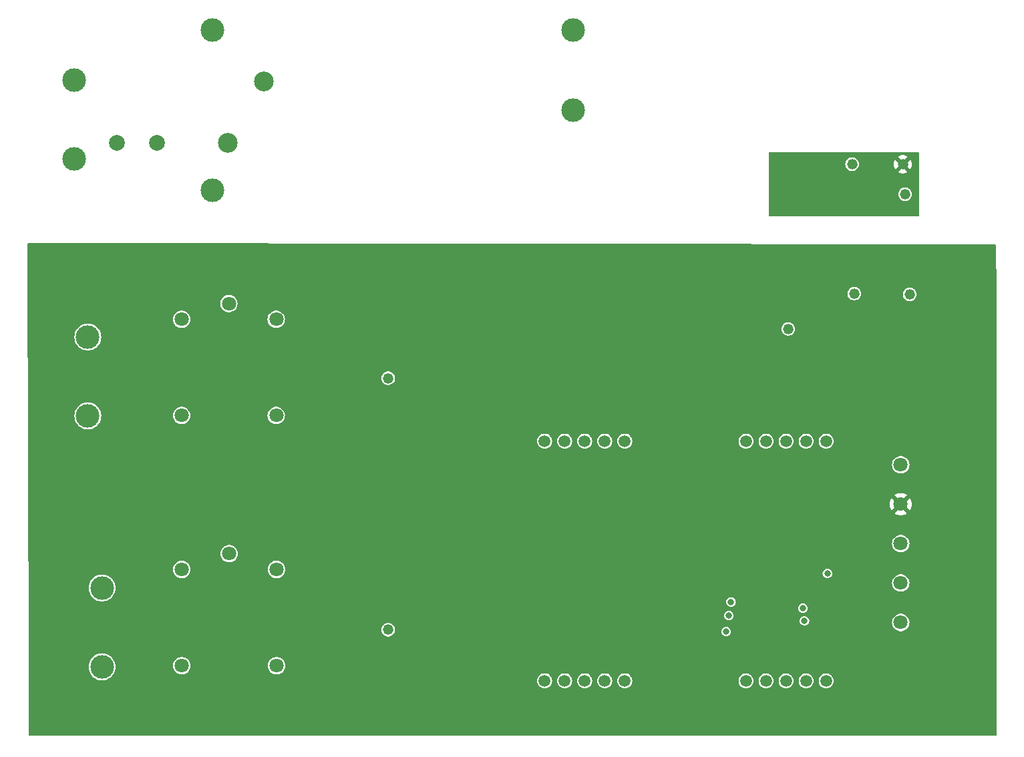
<source format=gbr>
%TF.GenerationSoftware,KiCad,Pcbnew,8.0.1-8.0.1-1~ubuntu22.04.1*%
%TF.CreationDate,2024-04-18T14:36:56-07:00*%
%TF.ProjectId,all_components,616c6c5f-636f-46d7-906f-6e656e74732e,rev?*%
%TF.SameCoordinates,Original*%
%TF.FileFunction,Copper,L3,Inr*%
%TF.FilePolarity,Positive*%
%FSLAX46Y46*%
G04 Gerber Fmt 4.6, Leading zero omitted, Abs format (unit mm)*
G04 Created by KiCad (PCBNEW 8.0.1-8.0.1-1~ubuntu22.04.1) date 2024-04-18 14:36:56*
%MOMM*%
%LPD*%
G01*
G04 APERTURE LIST*
%TA.AperFunction,ComponentPad*%
%ADD10C,1.320800*%
%TD*%
%TA.AperFunction,ComponentPad*%
%ADD11C,3.000000*%
%TD*%
%TA.AperFunction,ComponentPad*%
%ADD12C,1.803400*%
%TD*%
%TA.AperFunction,ComponentPad*%
%ADD13C,2.500000*%
%TD*%
%TA.AperFunction,ComponentPad*%
%ADD14C,2.000000*%
%TD*%
%TA.AperFunction,ComponentPad*%
%ADD15C,1.498600*%
%TD*%
%TA.AperFunction,ViaPad*%
%ADD16C,0.800000*%
%TD*%
%TA.AperFunction,ViaPad*%
%ADD17C,1.000000*%
%TD*%
G04 APERTURE END LIST*
D10*
%TO.N,/SDA*%
%TO.C,SDA1*%
X121030000Y-56180000D03*
%TD*%
%TO.N,/SCL*%
%TO.C,SCL1*%
X114000000Y-56080000D03*
%TD*%
%TO.N,/S1*%
%TO.C,S1*%
X105640000Y-60570000D03*
%TD*%
%TO.N,/S3*%
%TO.C,S3*%
X54935898Y-98719505D03*
%TD*%
%TO.N,/S2*%
%TO.C,S2*%
X54935898Y-66819505D03*
%TD*%
%TO.N,/AVCC*%
%TO.C,AVCC1*%
X120160000Y-39690000D03*
%TD*%
%TO.N,/AGND*%
%TO.C,AGND1*%
X113730000Y-39660000D03*
%TD*%
D11*
%TO.N,/N{slash}O_OUTLET*%
%TO.C,J7*%
X18670000Y-103420000D03*
%TO.N,/COM_OUTLET*%
X18670000Y-93420000D03*
%TD*%
%TO.N,/N{slash}O_INLET*%
%TO.C,J6*%
X16860000Y-71590000D03*
%TO.N,/COM_INLET*%
X16860000Y-61590000D03*
%TD*%
%TO.N,/LIVE*%
%TO.C,J1*%
X15150000Y-39000000D03*
%TO.N,/Neutral*%
X15150000Y-29000000D03*
%TD*%
%TO.N,/Neutral*%
%TO.C,u1*%
X32640000Y-22640000D03*
%TO.N,Net-(u1-AC_L)*%
X32640000Y-42960000D03*
%TO.N,/GND*%
X78360000Y-32800000D03*
%TO.N,/VCC*%
X78360000Y-22640000D03*
%TD*%
D12*
%TO.N,/N{slash}O_INLET*%
%TO.C,J3*%
X28738399Y-71547205D03*
%TO.N,unconnected-(J3-Pad2)*%
X40738395Y-71547205D03*
%TO.N,/GND*%
X28738399Y-59347204D03*
%TO.N,Net-(D1-Pad2)*%
X40738395Y-59347204D03*
%TO.N,/COM_INLET*%
X34738395Y-57347204D03*
%TD*%
%TO.N,/SRCLK*%
%TO.C,J5*%
X119900000Y-97800000D03*
%TO.N,/RCLK*%
X119900000Y-92800000D03*
%TO.N,/SER*%
X119900000Y-87800000D03*
%TO.N,/VCC*%
X119900000Y-82800000D03*
%TO.N,/GND*%
X119900000Y-77800000D03*
%TD*%
D13*
%TO.N,/Neutral*%
%TO.C,MOV1*%
X39200001Y-29150000D03*
%TO.N,Net-(u1-AC_L)*%
X34599999Y-36964000D03*
%TD*%
D10*
%TO.N,/A0*%
%TO.C,J2*%
X120440000Y-43480000D03*
%TD*%
D14*
%TO.N,Net-(u1-AC_L)*%
%TO.C,F1*%
X25605000Y-37000000D03*
%TO.N,/LIVE*%
X20525000Y-37000000D03*
%TD*%
D12*
%TO.N,/N{slash}O_OUTLET*%
%TO.C,J4*%
X28778399Y-103275005D03*
%TO.N,unconnected-(J4-Pad2)*%
X40778395Y-103275005D03*
%TO.N,/GND*%
X28778399Y-91075004D03*
%TO.N,Net-(D2-Pad2)*%
X40778395Y-91075004D03*
%TO.N,/COM_OUTLET*%
X34778395Y-89075004D03*
%TD*%
D15*
%TO.N,Net-(ONES1-Pad1)*%
%TO.C,ONES*%
X84916000Y-105196000D03*
%TO.N,Net-(ONES1-Pad2)*%
X82376000Y-105196000D03*
%TO.N,/GND*%
X79836000Y-105196000D03*
%TO.N,Net-(ONES1-Pad4)*%
X77296000Y-105196000D03*
%TO.N,/GND*%
X74756000Y-105196000D03*
%TO.N,Net-(ONES1-Pad6)*%
X74756000Y-74796010D03*
%TO.N,Net-(ONES1-Pad7)*%
X77296000Y-74796010D03*
%TO.N,/GND*%
X79836000Y-74796010D03*
%TO.N,Net-(ONES1-Pad9)*%
X82376000Y-74796010D03*
%TO.N,Net-(ONES1-Pad10)*%
X84916000Y-74796010D03*
%TD*%
%TO.N,Net-(R11-Pad2)*%
%TO.C,TENS*%
X110444602Y-105200995D03*
%TO.N,Net-(R15-Pad2)*%
X107904602Y-105200995D03*
%TO.N,/GND*%
X105364602Y-105200995D03*
%TO.N,Net-(R19-Pad2)*%
X102824602Y-105200995D03*
%TO.N,/GND*%
X100284602Y-105200995D03*
%TO.N,Net-(R24-Pad1)*%
X100284602Y-74801005D03*
%TO.N,Net-(R20-Pad1)*%
X102824602Y-74801005D03*
%TO.N,/GND*%
X105364602Y-74801005D03*
%TO.N,Net-(R16-Pad1)*%
X107904602Y-74801005D03*
%TO.N,Net-(R12-Pad1)*%
X110444602Y-74801005D03*
%TD*%
D16*
%TO.N,/AVCC*%
X104140000Y-42050000D03*
%TO.N,/VCC*%
X123740000Y-53300000D03*
X116700000Y-53300000D03*
%TO.N,/AVCC*%
X111390000Y-43980000D03*
X109640000Y-42660000D03*
%TO.N,/VCC*%
X83770400Y-92852800D03*
X109099052Y-92857800D03*
X46635898Y-63719505D03*
X86842252Y-85301000D03*
X46760898Y-95544505D03*
D17*
X81914100Y-53500000D03*
D16*
X112242252Y-85301000D03*
D17*
X95500000Y-53500000D03*
D16*
X47635898Y-55219505D03*
%TO.N,/SRCLK*%
X110600000Y-91600000D03*
X97770000Y-98960000D03*
%TO.N,/RCLK*%
X107700000Y-97600000D03*
X98125000Y-96925000D03*
%TO.N,/QH*%
X98385000Y-95185000D03*
X107500000Y-96000000D03*
%TD*%
%TA.AperFunction,Conductor*%
%TO.N,/VCC*%
G36*
X131876315Y-49874391D02*
G01*
X131943322Y-49894185D01*
X131988991Y-49947063D01*
X132000112Y-49997993D01*
X132019059Y-55900019D01*
X132019275Y-55967134D01*
X132019276Y-55967532D01*
X132019276Y-112050592D01*
X131999591Y-112117631D01*
X131946787Y-112163386D01*
X131895276Y-112174592D01*
X9523319Y-112174592D01*
X9456280Y-112154907D01*
X9410525Y-112102103D01*
X9399320Y-112050989D01*
X9380454Y-106155390D01*
X9377384Y-105196000D01*
X73801604Y-105196000D01*
X73819941Y-105382190D01*
X73874255Y-105561237D01*
X73962444Y-105726228D01*
X73962450Y-105726235D01*
X74081139Y-105870860D01*
X74225764Y-105989549D01*
X74225771Y-105989555D01*
X74390762Y-106077744D01*
X74390768Y-106077747D01*
X74569807Y-106132058D01*
X74756000Y-106150396D01*
X74942193Y-106132058D01*
X75121232Y-106077747D01*
X75169456Y-106051970D01*
X75286228Y-105989555D01*
X75286230Y-105989552D01*
X75286234Y-105989551D01*
X75430860Y-105870860D01*
X75549551Y-105726234D01*
X75549552Y-105726230D01*
X75549555Y-105726228D01*
X75637744Y-105561237D01*
X75637747Y-105561232D01*
X75692058Y-105382193D01*
X75710396Y-105196000D01*
X76341604Y-105196000D01*
X76359941Y-105382190D01*
X76414255Y-105561237D01*
X76502444Y-105726228D01*
X76502450Y-105726235D01*
X76621139Y-105870860D01*
X76765764Y-105989549D01*
X76765771Y-105989555D01*
X76930762Y-106077744D01*
X76930768Y-106077747D01*
X77109807Y-106132058D01*
X77296000Y-106150396D01*
X77482193Y-106132058D01*
X77661232Y-106077747D01*
X77709456Y-106051970D01*
X77826228Y-105989555D01*
X77826230Y-105989552D01*
X77826234Y-105989551D01*
X77970860Y-105870860D01*
X78089551Y-105726234D01*
X78089552Y-105726230D01*
X78089555Y-105726228D01*
X78177744Y-105561237D01*
X78177747Y-105561232D01*
X78232058Y-105382193D01*
X78250396Y-105196000D01*
X78881604Y-105196000D01*
X78899941Y-105382190D01*
X78954255Y-105561237D01*
X79042444Y-105726228D01*
X79042450Y-105726235D01*
X79161139Y-105870860D01*
X79305764Y-105989549D01*
X79305771Y-105989555D01*
X79470762Y-106077744D01*
X79470768Y-106077747D01*
X79649807Y-106132058D01*
X79836000Y-106150396D01*
X80022193Y-106132058D01*
X80201232Y-106077747D01*
X80249456Y-106051970D01*
X80366228Y-105989555D01*
X80366230Y-105989552D01*
X80366234Y-105989551D01*
X80510860Y-105870860D01*
X80629551Y-105726234D01*
X80629552Y-105726230D01*
X80629555Y-105726228D01*
X80717744Y-105561237D01*
X80717747Y-105561232D01*
X80772058Y-105382193D01*
X80790396Y-105196000D01*
X81421604Y-105196000D01*
X81439941Y-105382190D01*
X81494255Y-105561237D01*
X81582444Y-105726228D01*
X81582450Y-105726235D01*
X81701139Y-105870860D01*
X81845764Y-105989549D01*
X81845771Y-105989555D01*
X82010762Y-106077744D01*
X82010768Y-106077747D01*
X82189807Y-106132058D01*
X82376000Y-106150396D01*
X82562193Y-106132058D01*
X82741232Y-106077747D01*
X82789456Y-106051970D01*
X82906228Y-105989555D01*
X82906230Y-105989552D01*
X82906234Y-105989551D01*
X83050860Y-105870860D01*
X83169551Y-105726234D01*
X83169552Y-105726230D01*
X83169555Y-105726228D01*
X83257744Y-105561237D01*
X83257747Y-105561232D01*
X83312058Y-105382193D01*
X83330396Y-105196000D01*
X83961604Y-105196000D01*
X83979941Y-105382190D01*
X84034255Y-105561237D01*
X84122444Y-105726228D01*
X84122450Y-105726235D01*
X84241139Y-105870860D01*
X84385764Y-105989549D01*
X84385771Y-105989555D01*
X84550762Y-106077744D01*
X84550768Y-106077747D01*
X84729807Y-106132058D01*
X84916000Y-106150396D01*
X85102193Y-106132058D01*
X85281232Y-106077747D01*
X85329456Y-106051970D01*
X85446228Y-105989555D01*
X85446230Y-105989552D01*
X85446234Y-105989551D01*
X85590860Y-105870860D01*
X85709551Y-105726234D01*
X85709552Y-105726230D01*
X85709555Y-105726228D01*
X85797744Y-105561237D01*
X85797747Y-105561232D01*
X85852058Y-105382193D01*
X85869904Y-105200995D01*
X99330206Y-105200995D01*
X99348543Y-105387185D01*
X99348544Y-105387188D01*
X99401341Y-105561237D01*
X99402857Y-105566232D01*
X99491046Y-105731223D01*
X99491052Y-105731230D01*
X99609741Y-105875855D01*
X99710383Y-105958449D01*
X99748286Y-105989555D01*
X99754366Y-105994544D01*
X99754373Y-105994550D01*
X99910019Y-106077744D01*
X99919370Y-106082742D01*
X100098409Y-106137053D01*
X100284602Y-106155391D01*
X100470795Y-106137053D01*
X100649834Y-106082742D01*
X100698058Y-106056965D01*
X100814830Y-105994550D01*
X100814832Y-105994547D01*
X100814836Y-105994546D01*
X100959462Y-105875855D01*
X101078153Y-105731229D01*
X101078154Y-105731225D01*
X101078157Y-105731223D01*
X101166346Y-105566232D01*
X101166349Y-105566227D01*
X101220660Y-105387188D01*
X101238998Y-105200995D01*
X101870206Y-105200995D01*
X101888543Y-105387185D01*
X101888544Y-105387188D01*
X101941341Y-105561237D01*
X101942857Y-105566232D01*
X102031046Y-105731223D01*
X102031052Y-105731230D01*
X102149741Y-105875855D01*
X102250383Y-105958449D01*
X102288286Y-105989555D01*
X102294366Y-105994544D01*
X102294373Y-105994550D01*
X102450019Y-106077744D01*
X102459370Y-106082742D01*
X102638409Y-106137053D01*
X102824602Y-106155391D01*
X103010795Y-106137053D01*
X103189834Y-106082742D01*
X103238058Y-106056965D01*
X103354830Y-105994550D01*
X103354832Y-105994547D01*
X103354836Y-105994546D01*
X103499462Y-105875855D01*
X103618153Y-105731229D01*
X103618154Y-105731225D01*
X103618157Y-105731223D01*
X103706346Y-105566232D01*
X103706349Y-105566227D01*
X103760660Y-105387188D01*
X103778998Y-105200995D01*
X104410206Y-105200995D01*
X104428543Y-105387185D01*
X104428544Y-105387188D01*
X104481341Y-105561237D01*
X104482857Y-105566232D01*
X104571046Y-105731223D01*
X104571052Y-105731230D01*
X104689741Y-105875855D01*
X104790383Y-105958449D01*
X104828286Y-105989555D01*
X104834366Y-105994544D01*
X104834373Y-105994550D01*
X104990019Y-106077744D01*
X104999370Y-106082742D01*
X105178409Y-106137053D01*
X105364602Y-106155391D01*
X105550795Y-106137053D01*
X105729834Y-106082742D01*
X105778058Y-106056965D01*
X105894830Y-105994550D01*
X105894832Y-105994547D01*
X105894836Y-105994546D01*
X106039462Y-105875855D01*
X106158153Y-105731229D01*
X106158154Y-105731225D01*
X106158157Y-105731223D01*
X106246346Y-105566232D01*
X106246349Y-105566227D01*
X106300660Y-105387188D01*
X106318998Y-105200995D01*
X106950206Y-105200995D01*
X106968543Y-105387185D01*
X106968544Y-105387188D01*
X107021341Y-105561237D01*
X107022857Y-105566232D01*
X107111046Y-105731223D01*
X107111052Y-105731230D01*
X107229741Y-105875855D01*
X107330383Y-105958449D01*
X107368286Y-105989555D01*
X107374366Y-105994544D01*
X107374373Y-105994550D01*
X107530019Y-106077744D01*
X107539370Y-106082742D01*
X107718409Y-106137053D01*
X107904602Y-106155391D01*
X108090795Y-106137053D01*
X108269834Y-106082742D01*
X108318058Y-106056965D01*
X108434830Y-105994550D01*
X108434832Y-105994547D01*
X108434836Y-105994546D01*
X108579462Y-105875855D01*
X108698153Y-105731229D01*
X108698154Y-105731225D01*
X108698157Y-105731223D01*
X108786346Y-105566232D01*
X108786349Y-105566227D01*
X108840660Y-105387188D01*
X108858998Y-105200995D01*
X109490206Y-105200995D01*
X109508543Y-105387185D01*
X109508544Y-105387188D01*
X109561341Y-105561237D01*
X109562857Y-105566232D01*
X109651046Y-105731223D01*
X109651052Y-105731230D01*
X109769741Y-105875855D01*
X109870383Y-105958449D01*
X109908286Y-105989555D01*
X109914366Y-105994544D01*
X109914373Y-105994550D01*
X110070019Y-106077744D01*
X110079370Y-106082742D01*
X110258409Y-106137053D01*
X110444602Y-106155391D01*
X110630795Y-106137053D01*
X110809834Y-106082742D01*
X110858058Y-106056965D01*
X110974830Y-105994550D01*
X110974832Y-105994547D01*
X110974836Y-105994546D01*
X111119462Y-105875855D01*
X111238153Y-105731229D01*
X111238154Y-105731225D01*
X111238157Y-105731223D01*
X111326346Y-105566232D01*
X111326349Y-105566227D01*
X111380660Y-105387188D01*
X111398998Y-105200995D01*
X111380660Y-105014802D01*
X111326349Y-104835763D01*
X111323676Y-104830762D01*
X111238157Y-104670766D01*
X111238151Y-104670759D01*
X111234053Y-104665766D01*
X111163566Y-104579876D01*
X111119462Y-104526134D01*
X110974837Y-104407445D01*
X110974830Y-104407439D01*
X110809839Y-104319250D01*
X110809836Y-104319249D01*
X110809834Y-104319248D01*
X110658890Y-104273459D01*
X110630792Y-104264936D01*
X110444602Y-104246599D01*
X110258411Y-104264936D01*
X110135561Y-104302202D01*
X110079370Y-104319248D01*
X110079369Y-104319248D01*
X110079364Y-104319250D01*
X109914373Y-104407439D01*
X109914366Y-104407445D01*
X109769741Y-104526134D01*
X109651052Y-104670759D01*
X109651046Y-104670766D01*
X109562857Y-104835757D01*
X109508543Y-105014804D01*
X109490206Y-105200995D01*
X108858998Y-105200995D01*
X108840660Y-105014802D01*
X108786349Y-104835763D01*
X108783676Y-104830762D01*
X108698157Y-104670766D01*
X108698151Y-104670759D01*
X108694053Y-104665766D01*
X108623566Y-104579876D01*
X108579462Y-104526134D01*
X108434837Y-104407445D01*
X108434830Y-104407439D01*
X108269839Y-104319250D01*
X108269836Y-104319249D01*
X108269834Y-104319248D01*
X108118890Y-104273459D01*
X108090792Y-104264936D01*
X107904602Y-104246599D01*
X107718411Y-104264936D01*
X107595561Y-104302202D01*
X107539370Y-104319248D01*
X107539369Y-104319248D01*
X107539364Y-104319250D01*
X107374373Y-104407439D01*
X107374366Y-104407445D01*
X107229741Y-104526134D01*
X107111052Y-104670759D01*
X107111046Y-104670766D01*
X107022857Y-104835757D01*
X106968543Y-105014804D01*
X106950206Y-105200995D01*
X106318998Y-105200995D01*
X106300660Y-105014802D01*
X106246349Y-104835763D01*
X106243676Y-104830762D01*
X106158157Y-104670766D01*
X106158151Y-104670759D01*
X106154053Y-104665766D01*
X106083566Y-104579876D01*
X106039462Y-104526134D01*
X105894837Y-104407445D01*
X105894830Y-104407439D01*
X105729839Y-104319250D01*
X105729836Y-104319249D01*
X105729834Y-104319248D01*
X105578890Y-104273459D01*
X105550792Y-104264936D01*
X105364602Y-104246599D01*
X105178411Y-104264936D01*
X105055561Y-104302202D01*
X104999370Y-104319248D01*
X104999369Y-104319248D01*
X104999364Y-104319250D01*
X104834373Y-104407439D01*
X104834366Y-104407445D01*
X104689741Y-104526134D01*
X104571052Y-104670759D01*
X104571046Y-104670766D01*
X104482857Y-104835757D01*
X104428543Y-105014804D01*
X104410206Y-105200995D01*
X103778998Y-105200995D01*
X103760660Y-105014802D01*
X103706349Y-104835763D01*
X103703676Y-104830762D01*
X103618157Y-104670766D01*
X103618151Y-104670759D01*
X103614053Y-104665766D01*
X103543566Y-104579876D01*
X103499462Y-104526134D01*
X103354837Y-104407445D01*
X103354830Y-104407439D01*
X103189839Y-104319250D01*
X103189836Y-104319249D01*
X103189834Y-104319248D01*
X103038890Y-104273459D01*
X103010792Y-104264936D01*
X102824602Y-104246599D01*
X102638411Y-104264936D01*
X102515561Y-104302202D01*
X102459370Y-104319248D01*
X102459369Y-104319248D01*
X102459364Y-104319250D01*
X102294373Y-104407439D01*
X102294366Y-104407445D01*
X102149741Y-104526134D01*
X102031052Y-104670759D01*
X102031046Y-104670766D01*
X101942857Y-104835757D01*
X101888543Y-105014804D01*
X101870206Y-105200995D01*
X101238998Y-105200995D01*
X101220660Y-105014802D01*
X101166349Y-104835763D01*
X101163676Y-104830762D01*
X101078157Y-104670766D01*
X101078151Y-104670759D01*
X101074053Y-104665766D01*
X101003566Y-104579876D01*
X100959462Y-104526134D01*
X100814837Y-104407445D01*
X100814830Y-104407439D01*
X100649839Y-104319250D01*
X100649836Y-104319249D01*
X100649834Y-104319248D01*
X100498890Y-104273459D01*
X100470792Y-104264936D01*
X100284602Y-104246599D01*
X100098411Y-104264936D01*
X99975561Y-104302202D01*
X99919370Y-104319248D01*
X99919369Y-104319248D01*
X99919364Y-104319250D01*
X99754373Y-104407439D01*
X99754366Y-104407445D01*
X99609741Y-104526134D01*
X99491052Y-104670759D01*
X99491046Y-104670766D01*
X99402857Y-104835757D01*
X99348543Y-105014804D01*
X99330206Y-105200995D01*
X85869904Y-105200995D01*
X85870396Y-105196000D01*
X85852058Y-105009807D01*
X85797747Y-104830768D01*
X85797744Y-104830762D01*
X85709555Y-104665771D01*
X85709549Y-104665764D01*
X85590860Y-104521139D01*
X85446235Y-104402450D01*
X85446228Y-104402444D01*
X85281237Y-104314255D01*
X85281234Y-104314254D01*
X85281232Y-104314253D01*
X85102193Y-104259942D01*
X85102190Y-104259941D01*
X84916000Y-104241604D01*
X84729809Y-104259941D01*
X84606959Y-104297207D01*
X84550768Y-104314253D01*
X84550767Y-104314253D01*
X84550762Y-104314255D01*
X84385771Y-104402444D01*
X84385764Y-104402450D01*
X84241139Y-104521139D01*
X84122450Y-104665764D01*
X84122444Y-104665771D01*
X84034255Y-104830762D01*
X83979941Y-105009809D01*
X83961604Y-105196000D01*
X83330396Y-105196000D01*
X83312058Y-105009807D01*
X83257747Y-104830768D01*
X83257744Y-104830762D01*
X83169555Y-104665771D01*
X83169549Y-104665764D01*
X83050860Y-104521139D01*
X82906235Y-104402450D01*
X82906228Y-104402444D01*
X82741237Y-104314255D01*
X82741234Y-104314254D01*
X82741232Y-104314253D01*
X82562193Y-104259942D01*
X82562190Y-104259941D01*
X82376000Y-104241604D01*
X82189809Y-104259941D01*
X82066959Y-104297207D01*
X82010768Y-104314253D01*
X82010767Y-104314253D01*
X82010762Y-104314255D01*
X81845771Y-104402444D01*
X81845764Y-104402450D01*
X81701139Y-104521139D01*
X81582450Y-104665764D01*
X81582444Y-104665771D01*
X81494255Y-104830762D01*
X81439941Y-105009809D01*
X81421604Y-105196000D01*
X80790396Y-105196000D01*
X80772058Y-105009807D01*
X80717747Y-104830768D01*
X80717744Y-104830762D01*
X80629555Y-104665771D01*
X80629549Y-104665764D01*
X80510860Y-104521139D01*
X80366235Y-104402450D01*
X80366228Y-104402444D01*
X80201237Y-104314255D01*
X80201234Y-104314254D01*
X80201232Y-104314253D01*
X80022193Y-104259942D01*
X80022190Y-104259941D01*
X79836000Y-104241604D01*
X79649809Y-104259941D01*
X79526959Y-104297207D01*
X79470768Y-104314253D01*
X79470767Y-104314253D01*
X79470762Y-104314255D01*
X79305771Y-104402444D01*
X79305764Y-104402450D01*
X79161139Y-104521139D01*
X79042450Y-104665764D01*
X79042444Y-104665771D01*
X78954255Y-104830762D01*
X78899941Y-105009809D01*
X78881604Y-105196000D01*
X78250396Y-105196000D01*
X78232058Y-105009807D01*
X78177747Y-104830768D01*
X78177744Y-104830762D01*
X78089555Y-104665771D01*
X78089549Y-104665764D01*
X77970860Y-104521139D01*
X77826235Y-104402450D01*
X77826228Y-104402444D01*
X77661237Y-104314255D01*
X77661234Y-104314254D01*
X77661232Y-104314253D01*
X77482193Y-104259942D01*
X77482190Y-104259941D01*
X77296000Y-104241604D01*
X77109809Y-104259941D01*
X76986959Y-104297207D01*
X76930768Y-104314253D01*
X76930767Y-104314253D01*
X76930762Y-104314255D01*
X76765771Y-104402444D01*
X76765764Y-104402450D01*
X76621139Y-104521139D01*
X76502450Y-104665764D01*
X76502444Y-104665771D01*
X76414255Y-104830762D01*
X76359941Y-105009809D01*
X76341604Y-105196000D01*
X75710396Y-105196000D01*
X75692058Y-105009807D01*
X75637747Y-104830768D01*
X75637744Y-104830762D01*
X75549555Y-104665771D01*
X75549549Y-104665764D01*
X75430860Y-104521139D01*
X75286235Y-104402450D01*
X75286228Y-104402444D01*
X75121237Y-104314255D01*
X75121234Y-104314254D01*
X75121232Y-104314253D01*
X74942193Y-104259942D01*
X74942190Y-104259941D01*
X74756000Y-104241604D01*
X74569809Y-104259941D01*
X74446959Y-104297207D01*
X74390768Y-104314253D01*
X74390767Y-104314253D01*
X74390762Y-104314255D01*
X74225771Y-104402444D01*
X74225764Y-104402450D01*
X74081139Y-104521139D01*
X73962450Y-104665764D01*
X73962444Y-104665771D01*
X73874255Y-104830762D01*
X73819941Y-105009809D01*
X73801604Y-105196000D01*
X9377384Y-105196000D01*
X9371701Y-103420004D01*
X16964732Y-103420004D01*
X16983777Y-103674154D01*
X16983778Y-103674157D01*
X17040492Y-103922637D01*
X17133607Y-104159888D01*
X17261041Y-104380612D01*
X17419950Y-104579877D01*
X17606783Y-104753232D01*
X17817366Y-104896805D01*
X17817371Y-104896807D01*
X17817372Y-104896808D01*
X17817373Y-104896809D01*
X17939328Y-104955538D01*
X18046992Y-105007387D01*
X18046993Y-105007387D01*
X18046996Y-105007389D01*
X18290542Y-105082513D01*
X18542565Y-105120500D01*
X18797435Y-105120500D01*
X19049458Y-105082513D01*
X19293004Y-105007389D01*
X19522634Y-104896805D01*
X19733217Y-104753232D01*
X19920050Y-104579877D01*
X20078959Y-104380612D01*
X20206393Y-104159888D01*
X20299508Y-103922637D01*
X20356222Y-103674157D01*
X20375268Y-103420000D01*
X20364402Y-103275005D01*
X27671477Y-103275005D01*
X27690323Y-103478400D01*
X27746224Y-103674868D01*
X27746229Y-103674881D01*
X27837275Y-103857724D01*
X27960376Y-104020736D01*
X27960380Y-104020740D01*
X28111328Y-104158347D01*
X28111330Y-104158349D01*
X28284997Y-104265879D01*
X28285003Y-104265882D01*
X28325354Y-104281513D01*
X28475475Y-104339671D01*
X28676265Y-104377205D01*
X28676267Y-104377205D01*
X28880531Y-104377205D01*
X28880533Y-104377205D01*
X29081323Y-104339671D01*
X29271797Y-104265881D01*
X29445469Y-104158348D01*
X29596424Y-104020734D01*
X29719523Y-103857724D01*
X29810573Y-103674871D01*
X29866474Y-103478401D01*
X29885321Y-103275005D01*
X39671473Y-103275005D01*
X39690319Y-103478400D01*
X39746220Y-103674868D01*
X39746225Y-103674881D01*
X39837271Y-103857724D01*
X39960372Y-104020736D01*
X39960376Y-104020740D01*
X40111324Y-104158347D01*
X40111326Y-104158349D01*
X40284993Y-104265879D01*
X40284999Y-104265882D01*
X40325350Y-104281513D01*
X40475471Y-104339671D01*
X40676261Y-104377205D01*
X40676263Y-104377205D01*
X40880527Y-104377205D01*
X40880529Y-104377205D01*
X41081319Y-104339671D01*
X41271793Y-104265881D01*
X41445465Y-104158348D01*
X41596420Y-104020734D01*
X41719519Y-103857724D01*
X41810569Y-103674871D01*
X41866470Y-103478401D01*
X41885317Y-103275005D01*
X41866470Y-103071609D01*
X41810569Y-102875139D01*
X41719519Y-102692286D01*
X41596420Y-102529276D01*
X41596417Y-102529273D01*
X41596413Y-102529269D01*
X41445465Y-102391662D01*
X41445463Y-102391660D01*
X41271796Y-102284130D01*
X41271790Y-102284127D01*
X41121672Y-102225971D01*
X41081319Y-102210339D01*
X40880529Y-102172805D01*
X40676261Y-102172805D01*
X40475471Y-102210339D01*
X40475468Y-102210339D01*
X40475468Y-102210340D01*
X40284999Y-102284127D01*
X40284993Y-102284130D01*
X40111326Y-102391660D01*
X40111324Y-102391662D01*
X39960376Y-102529269D01*
X39960372Y-102529273D01*
X39837271Y-102692285D01*
X39746225Y-102875128D01*
X39746220Y-102875141D01*
X39690319Y-103071609D01*
X39671473Y-103275004D01*
X39671473Y-103275005D01*
X29885321Y-103275005D01*
X29866474Y-103071609D01*
X29810573Y-102875139D01*
X29719523Y-102692286D01*
X29596424Y-102529276D01*
X29596421Y-102529273D01*
X29596417Y-102529269D01*
X29445469Y-102391662D01*
X29445467Y-102391660D01*
X29271800Y-102284130D01*
X29271794Y-102284127D01*
X29121676Y-102225971D01*
X29081323Y-102210339D01*
X28880533Y-102172805D01*
X28676265Y-102172805D01*
X28475475Y-102210339D01*
X28475472Y-102210339D01*
X28475472Y-102210340D01*
X28285003Y-102284127D01*
X28284997Y-102284130D01*
X28111330Y-102391660D01*
X28111328Y-102391662D01*
X27960380Y-102529269D01*
X27960376Y-102529273D01*
X27837275Y-102692285D01*
X27746229Y-102875128D01*
X27746224Y-102875141D01*
X27690323Y-103071609D01*
X27671477Y-103275004D01*
X27671477Y-103275005D01*
X20364402Y-103275005D01*
X20356222Y-103165843D01*
X20299508Y-102917363D01*
X20206393Y-102680112D01*
X20078959Y-102459388D01*
X19920050Y-102260123D01*
X19733217Y-102086768D01*
X19522634Y-101943195D01*
X19522630Y-101943193D01*
X19522627Y-101943191D01*
X19522626Y-101943190D01*
X19293006Y-101832612D01*
X19293008Y-101832612D01*
X19049466Y-101757489D01*
X19049462Y-101757488D01*
X19049458Y-101757487D01*
X18928231Y-101739214D01*
X18797440Y-101719500D01*
X18797435Y-101719500D01*
X18542565Y-101719500D01*
X18542559Y-101719500D01*
X18385609Y-101743157D01*
X18290542Y-101757487D01*
X18290539Y-101757488D01*
X18290533Y-101757489D01*
X18046992Y-101832612D01*
X17817373Y-101943190D01*
X17817372Y-101943191D01*
X17606782Y-102086768D01*
X17419952Y-102260121D01*
X17419950Y-102260123D01*
X17261041Y-102459388D01*
X17133608Y-102680109D01*
X17040492Y-102917362D01*
X17040490Y-102917369D01*
X16983777Y-103165845D01*
X16964732Y-103419995D01*
X16964732Y-103420004D01*
X9371701Y-103420004D01*
X9356659Y-98719505D01*
X54070256Y-98719505D01*
X54089172Y-98899482D01*
X54089173Y-98899485D01*
X54145092Y-99071586D01*
X54145094Y-99071590D01*
X54145095Y-99071593D01*
X54235579Y-99228317D01*
X54356664Y-99362797D01*
X54356667Y-99362799D01*
X54356670Y-99362802D01*
X54466475Y-99442580D01*
X54503078Y-99469174D01*
X54537583Y-99484536D01*
X54668400Y-99542779D01*
X54845414Y-99580405D01*
X55026382Y-99580405D01*
X55203396Y-99542779D01*
X55368719Y-99469173D01*
X55515126Y-99362802D01*
X55636217Y-99228317D01*
X55726701Y-99071593D01*
X55762960Y-98960001D01*
X97164318Y-98960001D01*
X97184955Y-99116760D01*
X97184956Y-99116762D01*
X97245464Y-99262841D01*
X97341718Y-99388282D01*
X97467159Y-99484536D01*
X97613238Y-99545044D01*
X97691619Y-99555363D01*
X97769999Y-99565682D01*
X97770000Y-99565682D01*
X97770001Y-99565682D01*
X97822254Y-99558802D01*
X97926762Y-99545044D01*
X98072841Y-99484536D01*
X98198282Y-99388282D01*
X98294536Y-99262841D01*
X98355044Y-99116762D01*
X98375682Y-98960000D01*
X98355044Y-98803238D01*
X98294536Y-98657159D01*
X98198282Y-98531718D01*
X98072841Y-98435464D01*
X97926762Y-98374956D01*
X97926760Y-98374955D01*
X97770001Y-98354318D01*
X97769999Y-98354318D01*
X97613239Y-98374955D01*
X97613237Y-98374956D01*
X97467160Y-98435463D01*
X97341718Y-98531718D01*
X97245463Y-98657160D01*
X97184956Y-98803237D01*
X97184955Y-98803239D01*
X97164318Y-98959998D01*
X97164318Y-98960001D01*
X55762960Y-98960001D01*
X55782624Y-98899482D01*
X55801540Y-98719505D01*
X55782624Y-98539528D01*
X55726701Y-98367417D01*
X55636217Y-98210693D01*
X55613122Y-98185043D01*
X55515131Y-98076212D01*
X55515128Y-98076210D01*
X55515127Y-98076209D01*
X55515126Y-98076208D01*
X55414908Y-98003395D01*
X55368717Y-97969835D01*
X55218242Y-97902841D01*
X55203396Y-97896231D01*
X55203394Y-97896230D01*
X55203393Y-97896230D01*
X55026382Y-97858605D01*
X54845414Y-97858605D01*
X54668402Y-97896230D01*
X54503078Y-97969835D01*
X54356667Y-98076210D01*
X54356664Y-98076212D01*
X54235579Y-98210692D01*
X54145094Y-98367419D01*
X54145092Y-98367423D01*
X54089173Y-98539524D01*
X54089172Y-98539528D01*
X54070256Y-98719505D01*
X9356659Y-98719505D01*
X9353077Y-97600001D01*
X107094318Y-97600001D01*
X107114955Y-97756760D01*
X107114956Y-97756762D01*
X107172725Y-97896230D01*
X107175464Y-97902841D01*
X107271718Y-98028282D01*
X107397159Y-98124536D01*
X107543238Y-98185044D01*
X107621619Y-98195363D01*
X107699999Y-98205682D01*
X107700000Y-98205682D01*
X107700001Y-98205682D01*
X107752254Y-98198802D01*
X107856762Y-98185044D01*
X108002841Y-98124536D01*
X108128282Y-98028282D01*
X108224536Y-97902841D01*
X108267134Y-97800000D01*
X118793078Y-97800000D01*
X118811924Y-98003395D01*
X118867825Y-98199863D01*
X118867830Y-98199876D01*
X118951259Y-98367423D01*
X118958876Y-98382719D01*
X119077292Y-98539528D01*
X119081977Y-98545731D01*
X119081981Y-98545735D01*
X119232929Y-98683342D01*
X119232931Y-98683344D01*
X119406598Y-98790874D01*
X119406604Y-98790877D01*
X119446955Y-98806508D01*
X119597076Y-98864666D01*
X119797866Y-98902200D01*
X119797868Y-98902200D01*
X120002132Y-98902200D01*
X120002134Y-98902200D01*
X120202924Y-98864666D01*
X120393398Y-98790876D01*
X120567070Y-98683343D01*
X120718025Y-98545729D01*
X120841124Y-98382719D01*
X120932174Y-98199866D01*
X120988075Y-98003396D01*
X121006922Y-97800000D01*
X121002915Y-97756762D01*
X120988075Y-97596604D01*
X120946230Y-97449536D01*
X120932174Y-97400134D01*
X120908844Y-97353282D01*
X120880899Y-97297160D01*
X120841124Y-97217281D01*
X120718025Y-97054271D01*
X120718022Y-97054268D01*
X120718018Y-97054264D01*
X120567070Y-96916657D01*
X120567068Y-96916655D01*
X120393401Y-96809125D01*
X120393395Y-96809122D01*
X120243277Y-96750966D01*
X120202924Y-96735334D01*
X120002134Y-96697800D01*
X119797866Y-96697800D01*
X119597076Y-96735334D01*
X119597073Y-96735334D01*
X119597073Y-96735335D01*
X119406604Y-96809122D01*
X119406598Y-96809125D01*
X119232931Y-96916655D01*
X119232929Y-96916657D01*
X119081981Y-97054264D01*
X119081977Y-97054268D01*
X118958876Y-97217280D01*
X118867830Y-97400123D01*
X118867825Y-97400136D01*
X118811924Y-97596604D01*
X118793078Y-97799999D01*
X118793078Y-97800000D01*
X108267134Y-97800000D01*
X108285044Y-97756762D01*
X108305682Y-97600000D01*
X108285044Y-97443238D01*
X108224536Y-97297159D01*
X108128282Y-97171718D01*
X108002841Y-97075464D01*
X107951669Y-97054268D01*
X107856762Y-97014956D01*
X107856760Y-97014955D01*
X107700001Y-96994318D01*
X107699999Y-96994318D01*
X107543239Y-97014955D01*
X107543237Y-97014956D01*
X107397160Y-97075463D01*
X107271718Y-97171718D01*
X107175463Y-97297160D01*
X107114956Y-97443237D01*
X107114955Y-97443239D01*
X107094318Y-97599998D01*
X107094318Y-97600001D01*
X9353077Y-97600001D01*
X9350917Y-96925001D01*
X97519318Y-96925001D01*
X97539955Y-97081760D01*
X97539956Y-97081762D01*
X97600464Y-97227841D01*
X97696718Y-97353282D01*
X97822159Y-97449536D01*
X97968238Y-97510044D01*
X98046619Y-97520363D01*
X98124999Y-97530682D01*
X98125000Y-97530682D01*
X98125001Y-97530682D01*
X98177254Y-97523802D01*
X98281762Y-97510044D01*
X98427841Y-97449536D01*
X98553282Y-97353282D01*
X98649536Y-97227841D01*
X98710044Y-97081762D01*
X98730682Y-96925000D01*
X98729583Y-96916655D01*
X98710044Y-96768239D01*
X98710044Y-96768238D01*
X98649536Y-96622159D01*
X98553282Y-96496718D01*
X98427841Y-96400464D01*
X98281762Y-96339956D01*
X98281760Y-96339955D01*
X98125001Y-96319318D01*
X98124999Y-96319318D01*
X97968239Y-96339955D01*
X97968237Y-96339956D01*
X97822160Y-96400463D01*
X97696718Y-96496718D01*
X97600463Y-96622160D01*
X97539956Y-96768237D01*
X97539955Y-96768239D01*
X97519318Y-96924998D01*
X97519318Y-96925001D01*
X9350917Y-96925001D01*
X9347957Y-96000001D01*
X106894318Y-96000001D01*
X106914955Y-96156760D01*
X106914956Y-96156762D01*
X106975464Y-96302841D01*
X107071718Y-96428282D01*
X107197159Y-96524536D01*
X107343238Y-96585044D01*
X107421619Y-96595363D01*
X107499999Y-96605682D01*
X107500000Y-96605682D01*
X107500001Y-96605682D01*
X107552254Y-96598802D01*
X107656762Y-96585044D01*
X107802841Y-96524536D01*
X107928282Y-96428282D01*
X108024536Y-96302841D01*
X108085044Y-96156762D01*
X108105682Y-96000000D01*
X108085044Y-95843238D01*
X108024536Y-95697159D01*
X107928282Y-95571718D01*
X107802841Y-95475464D01*
X107656762Y-95414956D01*
X107656760Y-95414955D01*
X107500001Y-95394318D01*
X107499999Y-95394318D01*
X107343239Y-95414955D01*
X107343237Y-95414956D01*
X107197160Y-95475463D01*
X107071718Y-95571718D01*
X106975463Y-95697160D01*
X106914956Y-95843237D01*
X106914955Y-95843239D01*
X106894318Y-95999998D01*
X106894318Y-96000001D01*
X9347957Y-96000001D01*
X9345349Y-95185001D01*
X97779318Y-95185001D01*
X97799955Y-95341760D01*
X97799956Y-95341762D01*
X97830273Y-95414955D01*
X97860464Y-95487841D01*
X97956718Y-95613282D01*
X98082159Y-95709536D01*
X98228238Y-95770044D01*
X98306619Y-95780363D01*
X98384999Y-95790682D01*
X98385000Y-95790682D01*
X98385001Y-95790682D01*
X98437254Y-95783802D01*
X98541762Y-95770044D01*
X98687841Y-95709536D01*
X98813282Y-95613282D01*
X98909536Y-95487841D01*
X98970044Y-95341762D01*
X98990682Y-95185000D01*
X98982190Y-95120500D01*
X98970044Y-95028239D01*
X98970044Y-95028238D01*
X98909536Y-94882159D01*
X98813282Y-94756718D01*
X98687841Y-94660464D01*
X98541762Y-94599956D01*
X98541760Y-94599955D01*
X98385001Y-94579318D01*
X98384999Y-94579318D01*
X98228239Y-94599955D01*
X98228237Y-94599956D01*
X98082160Y-94660463D01*
X97956718Y-94756718D01*
X97860463Y-94882160D01*
X97799956Y-95028237D01*
X97799955Y-95028239D01*
X97779318Y-95184998D01*
X97779318Y-95185001D01*
X9345349Y-95185001D01*
X9339701Y-93420004D01*
X16964732Y-93420004D01*
X16983777Y-93674154D01*
X17010418Y-93790877D01*
X17040492Y-93922637D01*
X17133607Y-94159888D01*
X17261041Y-94380612D01*
X17419950Y-94579877D01*
X17606783Y-94753232D01*
X17817366Y-94896805D01*
X17817371Y-94896807D01*
X17817372Y-94896808D01*
X17817373Y-94896809D01*
X17939328Y-94955538D01*
X18046992Y-95007387D01*
X18046993Y-95007387D01*
X18046996Y-95007389D01*
X18290542Y-95082513D01*
X18542565Y-95120500D01*
X18797435Y-95120500D01*
X19049458Y-95082513D01*
X19293004Y-95007389D01*
X19522634Y-94896805D01*
X19733217Y-94753232D01*
X19920050Y-94579877D01*
X20078959Y-94380612D01*
X20206393Y-94159888D01*
X20299508Y-93922637D01*
X20356222Y-93674157D01*
X20375268Y-93420000D01*
X20372474Y-93382719D01*
X20356222Y-93165845D01*
X20299509Y-92917369D01*
X20299508Y-92917363D01*
X20253446Y-92800000D01*
X118793078Y-92800000D01*
X118811924Y-93003395D01*
X118867825Y-93199863D01*
X118867830Y-93199876D01*
X118958876Y-93382719D01*
X118987025Y-93419995D01*
X119081977Y-93545731D01*
X119081981Y-93545735D01*
X119211365Y-93663683D01*
X119222853Y-93674157D01*
X119232929Y-93683342D01*
X119232931Y-93683344D01*
X119406598Y-93790874D01*
X119406604Y-93790877D01*
X119446955Y-93806508D01*
X119597076Y-93864666D01*
X119797866Y-93902200D01*
X119797868Y-93902200D01*
X120002132Y-93902200D01*
X120002134Y-93902200D01*
X120202924Y-93864666D01*
X120393398Y-93790876D01*
X120567070Y-93683343D01*
X120718025Y-93545729D01*
X120841124Y-93382719D01*
X120932174Y-93199866D01*
X120988075Y-93003396D01*
X121006922Y-92800000D01*
X120988075Y-92596604D01*
X120932174Y-92400134D01*
X120841124Y-92217281D01*
X120718025Y-92054271D01*
X120718022Y-92054268D01*
X120718018Y-92054264D01*
X120567070Y-91916657D01*
X120567068Y-91916655D01*
X120393401Y-91809125D01*
X120393395Y-91809122D01*
X120243277Y-91750966D01*
X120202924Y-91735334D01*
X120002134Y-91697800D01*
X119797866Y-91697800D01*
X119597076Y-91735334D01*
X119597073Y-91735334D01*
X119597073Y-91735335D01*
X119406604Y-91809122D01*
X119406598Y-91809125D01*
X119232931Y-91916655D01*
X119232929Y-91916657D01*
X119081981Y-92054264D01*
X119081977Y-92054268D01*
X118958876Y-92217280D01*
X118867830Y-92400123D01*
X118867825Y-92400136D01*
X118811924Y-92596604D01*
X118793078Y-92799999D01*
X118793078Y-92800000D01*
X20253446Y-92800000D01*
X20206393Y-92680112D01*
X20078959Y-92459388D01*
X19920050Y-92260123D01*
X19733217Y-92086768D01*
X19522634Y-91943195D01*
X19522630Y-91943193D01*
X19522627Y-91943191D01*
X19522626Y-91943190D01*
X19293006Y-91832612D01*
X19293008Y-91832612D01*
X19049466Y-91757489D01*
X19049462Y-91757488D01*
X19049458Y-91757487D01*
X18928231Y-91739214D01*
X18797440Y-91719500D01*
X18797435Y-91719500D01*
X18542565Y-91719500D01*
X18542559Y-91719500D01*
X18385609Y-91743157D01*
X18290542Y-91757487D01*
X18290539Y-91757488D01*
X18290533Y-91757489D01*
X18046992Y-91832612D01*
X17817373Y-91943190D01*
X17817372Y-91943191D01*
X17606782Y-92086768D01*
X17419952Y-92260121D01*
X17419950Y-92260123D01*
X17261041Y-92459388D01*
X17133608Y-92680109D01*
X17040492Y-92917362D01*
X17040490Y-92917369D01*
X16983777Y-93165845D01*
X16964732Y-93419995D01*
X16964732Y-93420004D01*
X9339701Y-93420004D01*
X9332197Y-91075004D01*
X27671477Y-91075004D01*
X27690323Y-91278399D01*
X27746224Y-91474867D01*
X27746229Y-91474880D01*
X27808531Y-91599998D01*
X27837275Y-91657723D01*
X27951608Y-91809125D01*
X27960376Y-91820735D01*
X27960380Y-91820739D01*
X28111328Y-91958346D01*
X28111330Y-91958348D01*
X28284997Y-92065878D01*
X28285003Y-92065881D01*
X28325354Y-92081512D01*
X28475475Y-92139670D01*
X28676265Y-92177204D01*
X28676267Y-92177204D01*
X28880531Y-92177204D01*
X28880533Y-92177204D01*
X29081323Y-92139670D01*
X29271797Y-92065880D01*
X29445469Y-91958347D01*
X29596424Y-91820733D01*
X29719523Y-91657723D01*
X29810573Y-91474870D01*
X29866474Y-91278400D01*
X29885321Y-91075004D01*
X39671473Y-91075004D01*
X39690319Y-91278399D01*
X39746220Y-91474867D01*
X39746225Y-91474880D01*
X39808527Y-91599998D01*
X39837271Y-91657723D01*
X39951604Y-91809125D01*
X39960372Y-91820735D01*
X39960376Y-91820739D01*
X40111324Y-91958346D01*
X40111326Y-91958348D01*
X40284993Y-92065878D01*
X40284999Y-92065881D01*
X40325350Y-92081512D01*
X40475471Y-92139670D01*
X40676261Y-92177204D01*
X40676263Y-92177204D01*
X40880527Y-92177204D01*
X40880529Y-92177204D01*
X41081319Y-92139670D01*
X41271793Y-92065880D01*
X41445465Y-91958347D01*
X41596420Y-91820733D01*
X41719519Y-91657723D01*
X41748261Y-91600001D01*
X109994318Y-91600001D01*
X110014955Y-91756760D01*
X110014956Y-91756762D01*
X110041454Y-91820735D01*
X110075464Y-91902841D01*
X110171718Y-92028282D01*
X110297159Y-92124536D01*
X110443238Y-92185044D01*
X110521619Y-92195363D01*
X110599999Y-92205682D01*
X110600000Y-92205682D01*
X110600001Y-92205682D01*
X110652254Y-92198802D01*
X110756762Y-92185044D01*
X110902841Y-92124536D01*
X111028282Y-92028282D01*
X111124536Y-91902841D01*
X111185044Y-91756762D01*
X111205682Y-91600000D01*
X111185044Y-91443238D01*
X111124536Y-91297159D01*
X111028282Y-91171718D01*
X110902841Y-91075464D01*
X110901730Y-91075004D01*
X110756762Y-91014956D01*
X110756760Y-91014955D01*
X110600001Y-90994318D01*
X110599999Y-90994318D01*
X110443239Y-91014955D01*
X110443237Y-91014956D01*
X110297160Y-91075463D01*
X110171718Y-91171718D01*
X110075463Y-91297160D01*
X110014956Y-91443237D01*
X110014955Y-91443239D01*
X109994318Y-91599998D01*
X109994318Y-91600001D01*
X41748261Y-91600001D01*
X41810569Y-91474870D01*
X41866470Y-91278400D01*
X41885317Y-91075004D01*
X41866470Y-90871608D01*
X41810569Y-90675138D01*
X41719519Y-90492285D01*
X41596420Y-90329275D01*
X41596417Y-90329272D01*
X41596413Y-90329268D01*
X41445465Y-90191661D01*
X41445463Y-90191659D01*
X41271796Y-90084129D01*
X41271790Y-90084126D01*
X41121672Y-90025970D01*
X41081319Y-90010338D01*
X40880529Y-89972804D01*
X40676261Y-89972804D01*
X40475471Y-90010338D01*
X40475468Y-90010338D01*
X40475468Y-90010339D01*
X40284999Y-90084126D01*
X40284993Y-90084129D01*
X40111326Y-90191659D01*
X40111324Y-90191661D01*
X39960376Y-90329268D01*
X39960372Y-90329272D01*
X39837271Y-90492284D01*
X39746225Y-90675127D01*
X39746220Y-90675140D01*
X39690319Y-90871608D01*
X39671473Y-91075003D01*
X39671473Y-91075004D01*
X29885321Y-91075004D01*
X29866474Y-90871608D01*
X29810573Y-90675138D01*
X29719523Y-90492285D01*
X29596424Y-90329275D01*
X29596421Y-90329272D01*
X29596417Y-90329268D01*
X29445469Y-90191661D01*
X29445467Y-90191659D01*
X29271800Y-90084129D01*
X29271794Y-90084126D01*
X29121676Y-90025970D01*
X29081323Y-90010338D01*
X28880533Y-89972804D01*
X28676265Y-89972804D01*
X28475475Y-90010338D01*
X28475472Y-90010338D01*
X28475472Y-90010339D01*
X28285003Y-90084126D01*
X28284997Y-90084129D01*
X28111330Y-90191659D01*
X28111328Y-90191661D01*
X27960380Y-90329268D01*
X27960376Y-90329272D01*
X27837275Y-90492284D01*
X27746229Y-90675127D01*
X27746224Y-90675140D01*
X27690323Y-90871608D01*
X27671477Y-91075003D01*
X27671477Y-91075004D01*
X9332197Y-91075004D01*
X9325797Y-89075004D01*
X33671473Y-89075004D01*
X33690319Y-89278399D01*
X33746220Y-89474867D01*
X33746225Y-89474880D01*
X33837271Y-89657723D01*
X33960372Y-89820735D01*
X33960376Y-89820739D01*
X34111324Y-89958346D01*
X34111326Y-89958348D01*
X34284993Y-90065878D01*
X34284999Y-90065881D01*
X34325350Y-90081512D01*
X34475471Y-90139670D01*
X34676261Y-90177204D01*
X34676263Y-90177204D01*
X34880527Y-90177204D01*
X34880529Y-90177204D01*
X35081319Y-90139670D01*
X35271793Y-90065880D01*
X35445465Y-89958347D01*
X35596420Y-89820733D01*
X35719519Y-89657723D01*
X35810569Y-89474870D01*
X35866470Y-89278400D01*
X35885317Y-89075004D01*
X35866470Y-88871608D01*
X35810569Y-88675138D01*
X35719519Y-88492285D01*
X35596420Y-88329275D01*
X35596417Y-88329272D01*
X35596413Y-88329268D01*
X35445465Y-88191661D01*
X35445463Y-88191659D01*
X35271796Y-88084129D01*
X35271790Y-88084126D01*
X35121672Y-88025970D01*
X35081319Y-88010338D01*
X34880529Y-87972804D01*
X34676261Y-87972804D01*
X34475471Y-88010338D01*
X34475468Y-88010338D01*
X34475468Y-88010339D01*
X34284999Y-88084126D01*
X34284993Y-88084129D01*
X34111326Y-88191659D01*
X34111324Y-88191661D01*
X33960376Y-88329268D01*
X33960372Y-88329272D01*
X33837271Y-88492284D01*
X33746225Y-88675127D01*
X33746220Y-88675140D01*
X33690319Y-88871608D01*
X33671473Y-89075003D01*
X33671473Y-89075004D01*
X9325797Y-89075004D01*
X9321717Y-87800000D01*
X118793078Y-87800000D01*
X118811924Y-88003395D01*
X118867825Y-88199863D01*
X118867830Y-88199876D01*
X118932264Y-88329275D01*
X118958876Y-88382719D01*
X119041615Y-88492284D01*
X119081977Y-88545731D01*
X119081981Y-88545735D01*
X119211365Y-88663683D01*
X119223917Y-88675127D01*
X119232929Y-88683342D01*
X119232931Y-88683344D01*
X119406598Y-88790874D01*
X119406604Y-88790877D01*
X119446955Y-88806508D01*
X119597076Y-88864666D01*
X119797866Y-88902200D01*
X119797868Y-88902200D01*
X120002132Y-88902200D01*
X120002134Y-88902200D01*
X120202924Y-88864666D01*
X120393398Y-88790876D01*
X120567070Y-88683343D01*
X120718025Y-88545729D01*
X120841124Y-88382719D01*
X120932174Y-88199866D01*
X120988075Y-88003396D01*
X121006922Y-87800000D01*
X120988075Y-87596604D01*
X120932174Y-87400134D01*
X120841124Y-87217281D01*
X120718025Y-87054271D01*
X120718022Y-87054268D01*
X120718018Y-87054264D01*
X120567070Y-86916657D01*
X120567068Y-86916655D01*
X120393401Y-86809125D01*
X120393395Y-86809122D01*
X120243277Y-86750966D01*
X120202924Y-86735334D01*
X120002134Y-86697800D01*
X119797866Y-86697800D01*
X119597076Y-86735334D01*
X119597073Y-86735334D01*
X119597073Y-86735335D01*
X119406604Y-86809122D01*
X119406598Y-86809125D01*
X119232931Y-86916655D01*
X119232929Y-86916657D01*
X119081981Y-87054264D01*
X119081977Y-87054268D01*
X118958876Y-87217280D01*
X118867830Y-87400123D01*
X118867825Y-87400136D01*
X118811924Y-87596604D01*
X118793078Y-87799999D01*
X118793078Y-87800000D01*
X9321717Y-87800000D01*
X9305717Y-82800005D01*
X118493496Y-82800005D01*
X118512678Y-83031499D01*
X118569704Y-83256691D01*
X118663015Y-83469418D01*
X118747584Y-83598861D01*
X119300718Y-83045727D01*
X119326016Y-83106801D01*
X119396899Y-83212885D01*
X119487115Y-83303101D01*
X119593199Y-83373984D01*
X119654271Y-83399281D01*
X119099989Y-83953562D01*
X119099990Y-83953563D01*
X119130712Y-83977475D01*
X119130718Y-83977480D01*
X119335007Y-84088035D01*
X119335017Y-84088040D01*
X119554721Y-84163464D01*
X119783853Y-84201700D01*
X120016147Y-84201700D01*
X120245278Y-84163464D01*
X120464982Y-84088040D01*
X120464987Y-84088038D01*
X120669288Y-83977475D01*
X120700008Y-83953563D01*
X120700008Y-83953562D01*
X120145728Y-83399281D01*
X120206801Y-83373984D01*
X120312885Y-83303101D01*
X120403101Y-83212885D01*
X120473984Y-83106801D01*
X120499281Y-83045728D01*
X121052414Y-83598861D01*
X121136980Y-83469425D01*
X121136985Y-83469417D01*
X121230295Y-83256691D01*
X121287321Y-83031499D01*
X121306504Y-82800005D01*
X121306504Y-82799994D01*
X121287321Y-82568500D01*
X121230295Y-82343308D01*
X121136982Y-82130576D01*
X121052414Y-82001137D01*
X120499280Y-82554270D01*
X120473984Y-82493199D01*
X120403101Y-82387115D01*
X120312885Y-82296899D01*
X120206801Y-82226016D01*
X120145727Y-82200718D01*
X120700009Y-81646436D01*
X120700009Y-81646435D01*
X120669286Y-81622523D01*
X120669281Y-81622519D01*
X120464992Y-81511964D01*
X120464982Y-81511959D01*
X120245278Y-81436535D01*
X120016147Y-81398300D01*
X119783853Y-81398300D01*
X119554721Y-81436535D01*
X119335017Y-81511959D01*
X119335007Y-81511964D01*
X119130717Y-81622520D01*
X119130706Y-81622527D01*
X119099990Y-81646434D01*
X119099990Y-81646436D01*
X119654272Y-82200718D01*
X119593199Y-82226016D01*
X119487115Y-82296899D01*
X119396899Y-82387115D01*
X119326016Y-82493199D01*
X119300718Y-82554271D01*
X118747584Y-82001137D01*
X118663016Y-82130578D01*
X118569704Y-82343308D01*
X118512678Y-82568500D01*
X118493496Y-82799994D01*
X118493496Y-82800005D01*
X9305717Y-82800005D01*
X9289717Y-77800000D01*
X118793078Y-77800000D01*
X118811924Y-78003395D01*
X118867825Y-78199863D01*
X118867830Y-78199876D01*
X118958876Y-78382719D01*
X119081977Y-78545731D01*
X119081981Y-78545735D01*
X119232929Y-78683342D01*
X119232931Y-78683344D01*
X119406598Y-78790874D01*
X119406604Y-78790877D01*
X119446955Y-78806508D01*
X119597076Y-78864666D01*
X119797866Y-78902200D01*
X119797868Y-78902200D01*
X120002132Y-78902200D01*
X120002134Y-78902200D01*
X120202924Y-78864666D01*
X120393398Y-78790876D01*
X120567070Y-78683343D01*
X120718025Y-78545729D01*
X120841124Y-78382719D01*
X120932174Y-78199866D01*
X120988075Y-78003396D01*
X121006922Y-77800000D01*
X120988075Y-77596604D01*
X120932174Y-77400134D01*
X120841124Y-77217281D01*
X120718025Y-77054271D01*
X120718022Y-77054268D01*
X120718018Y-77054264D01*
X120567070Y-76916657D01*
X120567068Y-76916655D01*
X120393401Y-76809125D01*
X120393395Y-76809122D01*
X120243277Y-76750966D01*
X120202924Y-76735334D01*
X120002134Y-76697800D01*
X119797866Y-76697800D01*
X119597076Y-76735334D01*
X119597073Y-76735334D01*
X119597073Y-76735335D01*
X119406604Y-76809122D01*
X119406598Y-76809125D01*
X119232931Y-76916655D01*
X119232929Y-76916657D01*
X119081981Y-77054264D01*
X119081977Y-77054268D01*
X118958876Y-77217280D01*
X118867830Y-77400123D01*
X118867825Y-77400136D01*
X118811924Y-77596604D01*
X118793078Y-77799999D01*
X118793078Y-77800000D01*
X9289717Y-77800000D01*
X9280104Y-74796010D01*
X73801604Y-74796010D01*
X73819941Y-74982200D01*
X73874255Y-75161247D01*
X73962444Y-75326238D01*
X73962450Y-75326245D01*
X74081139Y-75470870D01*
X74225764Y-75589559D01*
X74225771Y-75589565D01*
X74390762Y-75677754D01*
X74390768Y-75677757D01*
X74569807Y-75732068D01*
X74756000Y-75750406D01*
X74942193Y-75732068D01*
X75121232Y-75677757D01*
X75169456Y-75651980D01*
X75286228Y-75589565D01*
X75286230Y-75589562D01*
X75286234Y-75589561D01*
X75430860Y-75470870D01*
X75549551Y-75326244D01*
X75549552Y-75326240D01*
X75549555Y-75326238D01*
X75637744Y-75161247D01*
X75637747Y-75161242D01*
X75692058Y-74982203D01*
X75710396Y-74796010D01*
X76341604Y-74796010D01*
X76359941Y-74982200D01*
X76414255Y-75161247D01*
X76502444Y-75326238D01*
X76502450Y-75326245D01*
X76621139Y-75470870D01*
X76765764Y-75589559D01*
X76765771Y-75589565D01*
X76930762Y-75677754D01*
X76930768Y-75677757D01*
X77109807Y-75732068D01*
X77296000Y-75750406D01*
X77482193Y-75732068D01*
X77661232Y-75677757D01*
X77709456Y-75651980D01*
X77826228Y-75589565D01*
X77826230Y-75589562D01*
X77826234Y-75589561D01*
X77970860Y-75470870D01*
X78089551Y-75326244D01*
X78089552Y-75326240D01*
X78089555Y-75326238D01*
X78177744Y-75161247D01*
X78177747Y-75161242D01*
X78232058Y-74982203D01*
X78250396Y-74796010D01*
X78881604Y-74796010D01*
X78899941Y-74982200D01*
X78954255Y-75161247D01*
X79042444Y-75326238D01*
X79042450Y-75326245D01*
X79161139Y-75470870D01*
X79305764Y-75589559D01*
X79305771Y-75589565D01*
X79470762Y-75677754D01*
X79470768Y-75677757D01*
X79649807Y-75732068D01*
X79836000Y-75750406D01*
X80022193Y-75732068D01*
X80201232Y-75677757D01*
X80249456Y-75651980D01*
X80366228Y-75589565D01*
X80366230Y-75589562D01*
X80366234Y-75589561D01*
X80510860Y-75470870D01*
X80629551Y-75326244D01*
X80629552Y-75326240D01*
X80629555Y-75326238D01*
X80717744Y-75161247D01*
X80717747Y-75161242D01*
X80772058Y-74982203D01*
X80790396Y-74796010D01*
X81421604Y-74796010D01*
X81439941Y-74982200D01*
X81494255Y-75161247D01*
X81582444Y-75326238D01*
X81582450Y-75326245D01*
X81701139Y-75470870D01*
X81845764Y-75589559D01*
X81845771Y-75589565D01*
X82010762Y-75677754D01*
X82010768Y-75677757D01*
X82189807Y-75732068D01*
X82376000Y-75750406D01*
X82562193Y-75732068D01*
X82741232Y-75677757D01*
X82789456Y-75651980D01*
X82906228Y-75589565D01*
X82906230Y-75589562D01*
X82906234Y-75589561D01*
X83050860Y-75470870D01*
X83169551Y-75326244D01*
X83169552Y-75326240D01*
X83169555Y-75326238D01*
X83257744Y-75161247D01*
X83257747Y-75161242D01*
X83312058Y-74982203D01*
X83330396Y-74796010D01*
X83961604Y-74796010D01*
X83979941Y-74982200D01*
X84034255Y-75161247D01*
X84122444Y-75326238D01*
X84122450Y-75326245D01*
X84241139Y-75470870D01*
X84385764Y-75589559D01*
X84385771Y-75589565D01*
X84550762Y-75677754D01*
X84550768Y-75677757D01*
X84729807Y-75732068D01*
X84916000Y-75750406D01*
X85102193Y-75732068D01*
X85281232Y-75677757D01*
X85329456Y-75651980D01*
X85446228Y-75589565D01*
X85446230Y-75589562D01*
X85446234Y-75589561D01*
X85590860Y-75470870D01*
X85709551Y-75326244D01*
X85709552Y-75326240D01*
X85709555Y-75326238D01*
X85797744Y-75161247D01*
X85797747Y-75161242D01*
X85852058Y-74982203D01*
X85869904Y-74801005D01*
X99330206Y-74801005D01*
X99348543Y-74987195D01*
X99348544Y-74987198D01*
X99401341Y-75161247D01*
X99402857Y-75166242D01*
X99491046Y-75331233D01*
X99491052Y-75331240D01*
X99609741Y-75475865D01*
X99710383Y-75558459D01*
X99748286Y-75589565D01*
X99754366Y-75594554D01*
X99754373Y-75594560D01*
X99910019Y-75677754D01*
X99919370Y-75682752D01*
X100098409Y-75737063D01*
X100284602Y-75755401D01*
X100470795Y-75737063D01*
X100649834Y-75682752D01*
X100698058Y-75656975D01*
X100814830Y-75594560D01*
X100814832Y-75594557D01*
X100814836Y-75594556D01*
X100959462Y-75475865D01*
X101078153Y-75331239D01*
X101078154Y-75331235D01*
X101078157Y-75331233D01*
X101166346Y-75166242D01*
X101166349Y-75166237D01*
X101220660Y-74987198D01*
X101238998Y-74801005D01*
X101870206Y-74801005D01*
X101888543Y-74987195D01*
X101888544Y-74987198D01*
X101941341Y-75161247D01*
X101942857Y-75166242D01*
X102031046Y-75331233D01*
X102031052Y-75331240D01*
X102149741Y-75475865D01*
X102250383Y-75558459D01*
X102288286Y-75589565D01*
X102294366Y-75594554D01*
X102294373Y-75594560D01*
X102450019Y-75677754D01*
X102459370Y-75682752D01*
X102638409Y-75737063D01*
X102824602Y-75755401D01*
X103010795Y-75737063D01*
X103189834Y-75682752D01*
X103238058Y-75656975D01*
X103354830Y-75594560D01*
X103354832Y-75594557D01*
X103354836Y-75594556D01*
X103499462Y-75475865D01*
X103618153Y-75331239D01*
X103618154Y-75331235D01*
X103618157Y-75331233D01*
X103706346Y-75166242D01*
X103706349Y-75166237D01*
X103760660Y-74987198D01*
X103778998Y-74801005D01*
X104410206Y-74801005D01*
X104428543Y-74987195D01*
X104428544Y-74987198D01*
X104481341Y-75161247D01*
X104482857Y-75166242D01*
X104571046Y-75331233D01*
X104571052Y-75331240D01*
X104689741Y-75475865D01*
X104790383Y-75558459D01*
X104828286Y-75589565D01*
X104834366Y-75594554D01*
X104834373Y-75594560D01*
X104990019Y-75677754D01*
X104999370Y-75682752D01*
X105178409Y-75737063D01*
X105364602Y-75755401D01*
X105550795Y-75737063D01*
X105729834Y-75682752D01*
X105778058Y-75656975D01*
X105894830Y-75594560D01*
X105894832Y-75594557D01*
X105894836Y-75594556D01*
X106039462Y-75475865D01*
X106158153Y-75331239D01*
X106158154Y-75331235D01*
X106158157Y-75331233D01*
X106246346Y-75166242D01*
X106246349Y-75166237D01*
X106300660Y-74987198D01*
X106318998Y-74801005D01*
X106950206Y-74801005D01*
X106968543Y-74987195D01*
X106968544Y-74987198D01*
X107021341Y-75161247D01*
X107022857Y-75166242D01*
X107111046Y-75331233D01*
X107111052Y-75331240D01*
X107229741Y-75475865D01*
X107330383Y-75558459D01*
X107368286Y-75589565D01*
X107374366Y-75594554D01*
X107374373Y-75594560D01*
X107530019Y-75677754D01*
X107539370Y-75682752D01*
X107718409Y-75737063D01*
X107904602Y-75755401D01*
X108090795Y-75737063D01*
X108269834Y-75682752D01*
X108318058Y-75656975D01*
X108434830Y-75594560D01*
X108434832Y-75594557D01*
X108434836Y-75594556D01*
X108579462Y-75475865D01*
X108698153Y-75331239D01*
X108698154Y-75331235D01*
X108698157Y-75331233D01*
X108786346Y-75166242D01*
X108786349Y-75166237D01*
X108840660Y-74987198D01*
X108858998Y-74801005D01*
X109490206Y-74801005D01*
X109508543Y-74987195D01*
X109508544Y-74987198D01*
X109561341Y-75161247D01*
X109562857Y-75166242D01*
X109651046Y-75331233D01*
X109651052Y-75331240D01*
X109769741Y-75475865D01*
X109870383Y-75558459D01*
X109908286Y-75589565D01*
X109914366Y-75594554D01*
X109914373Y-75594560D01*
X110070019Y-75677754D01*
X110079370Y-75682752D01*
X110258409Y-75737063D01*
X110444602Y-75755401D01*
X110630795Y-75737063D01*
X110809834Y-75682752D01*
X110858058Y-75656975D01*
X110974830Y-75594560D01*
X110974832Y-75594557D01*
X110974836Y-75594556D01*
X111119462Y-75475865D01*
X111238153Y-75331239D01*
X111238154Y-75331235D01*
X111238157Y-75331233D01*
X111326346Y-75166242D01*
X111326349Y-75166237D01*
X111380660Y-74987198D01*
X111398998Y-74801005D01*
X111380660Y-74614812D01*
X111326349Y-74435773D01*
X111323676Y-74430772D01*
X111238157Y-74270776D01*
X111238151Y-74270769D01*
X111234053Y-74265776D01*
X111202056Y-74226786D01*
X111119462Y-74126144D01*
X110974837Y-74007455D01*
X110974830Y-74007449D01*
X110809839Y-73919260D01*
X110809836Y-73919259D01*
X110809834Y-73919258D01*
X110630795Y-73864947D01*
X110630792Y-73864946D01*
X110444602Y-73846609D01*
X110258411Y-73864946D01*
X110135561Y-73902212D01*
X110079370Y-73919258D01*
X110079369Y-73919258D01*
X110079364Y-73919260D01*
X109914373Y-74007449D01*
X109914366Y-74007455D01*
X109769741Y-74126144D01*
X109651052Y-74270769D01*
X109651046Y-74270776D01*
X109562857Y-74435767D01*
X109508543Y-74614814D01*
X109490206Y-74801005D01*
X108858998Y-74801005D01*
X108840660Y-74614812D01*
X108786349Y-74435773D01*
X108783676Y-74430772D01*
X108698157Y-74270776D01*
X108698151Y-74270769D01*
X108694053Y-74265776D01*
X108662056Y-74226786D01*
X108579462Y-74126144D01*
X108434837Y-74007455D01*
X108434830Y-74007449D01*
X108269839Y-73919260D01*
X108269836Y-73919259D01*
X108269834Y-73919258D01*
X108090795Y-73864947D01*
X108090792Y-73864946D01*
X107904602Y-73846609D01*
X107718411Y-73864946D01*
X107595561Y-73902212D01*
X107539370Y-73919258D01*
X107539369Y-73919258D01*
X107539364Y-73919260D01*
X107374373Y-74007449D01*
X107374366Y-74007455D01*
X107229741Y-74126144D01*
X107111052Y-74270769D01*
X107111046Y-74270776D01*
X107022857Y-74435767D01*
X106968543Y-74614814D01*
X106950206Y-74801005D01*
X106318998Y-74801005D01*
X106300660Y-74614812D01*
X106246349Y-74435773D01*
X106243676Y-74430772D01*
X106158157Y-74270776D01*
X106158151Y-74270769D01*
X106154053Y-74265776D01*
X106122056Y-74226786D01*
X106039462Y-74126144D01*
X105894837Y-74007455D01*
X105894830Y-74007449D01*
X105729839Y-73919260D01*
X105729836Y-73919259D01*
X105729834Y-73919258D01*
X105550795Y-73864947D01*
X105550792Y-73864946D01*
X105364602Y-73846609D01*
X105178411Y-73864946D01*
X105055561Y-73902212D01*
X104999370Y-73919258D01*
X104999369Y-73919258D01*
X104999364Y-73919260D01*
X104834373Y-74007449D01*
X104834366Y-74007455D01*
X104689741Y-74126144D01*
X104571052Y-74270769D01*
X104571046Y-74270776D01*
X104482857Y-74435767D01*
X104428543Y-74614814D01*
X104410206Y-74801005D01*
X103778998Y-74801005D01*
X103760660Y-74614812D01*
X103706349Y-74435773D01*
X103703676Y-74430772D01*
X103618157Y-74270776D01*
X103618151Y-74270769D01*
X103614053Y-74265776D01*
X103582056Y-74226786D01*
X103499462Y-74126144D01*
X103354837Y-74007455D01*
X103354830Y-74007449D01*
X103189839Y-73919260D01*
X103189836Y-73919259D01*
X103189834Y-73919258D01*
X103010795Y-73864947D01*
X103010792Y-73864946D01*
X102824602Y-73846609D01*
X102638411Y-73864946D01*
X102515561Y-73902212D01*
X102459370Y-73919258D01*
X102459369Y-73919258D01*
X102459364Y-73919260D01*
X102294373Y-74007449D01*
X102294366Y-74007455D01*
X102149741Y-74126144D01*
X102031052Y-74270769D01*
X102031046Y-74270776D01*
X101942857Y-74435767D01*
X101888543Y-74614814D01*
X101870206Y-74801005D01*
X101238998Y-74801005D01*
X101220660Y-74614812D01*
X101166349Y-74435773D01*
X101163676Y-74430772D01*
X101078157Y-74270776D01*
X101078151Y-74270769D01*
X101074053Y-74265776D01*
X101042056Y-74226786D01*
X100959462Y-74126144D01*
X100814837Y-74007455D01*
X100814830Y-74007449D01*
X100649839Y-73919260D01*
X100649836Y-73919259D01*
X100649834Y-73919258D01*
X100470795Y-73864947D01*
X100470792Y-73864946D01*
X100284602Y-73846609D01*
X100098411Y-73864946D01*
X99975561Y-73902212D01*
X99919370Y-73919258D01*
X99919369Y-73919258D01*
X99919364Y-73919260D01*
X99754373Y-74007449D01*
X99754366Y-74007455D01*
X99609741Y-74126144D01*
X99491052Y-74270769D01*
X99491046Y-74270776D01*
X99402857Y-74435767D01*
X99348543Y-74614814D01*
X99330206Y-74801005D01*
X85869904Y-74801005D01*
X85870396Y-74796010D01*
X85852058Y-74609817D01*
X85797747Y-74430778D01*
X85797744Y-74430772D01*
X85709555Y-74265781D01*
X85709549Y-74265774D01*
X85590860Y-74121149D01*
X85446235Y-74002460D01*
X85446228Y-74002454D01*
X85281237Y-73914265D01*
X85281234Y-73914264D01*
X85281232Y-73914263D01*
X85102193Y-73859952D01*
X85102190Y-73859951D01*
X84916000Y-73841614D01*
X84729809Y-73859951D01*
X84606959Y-73897217D01*
X84550768Y-73914263D01*
X84550767Y-73914263D01*
X84550762Y-73914265D01*
X84385771Y-74002454D01*
X84385764Y-74002460D01*
X84241139Y-74121149D01*
X84122450Y-74265774D01*
X84122444Y-74265781D01*
X84034255Y-74430772D01*
X83979941Y-74609819D01*
X83961604Y-74796010D01*
X83330396Y-74796010D01*
X83312058Y-74609817D01*
X83257747Y-74430778D01*
X83257744Y-74430772D01*
X83169555Y-74265781D01*
X83169549Y-74265774D01*
X83050860Y-74121149D01*
X82906235Y-74002460D01*
X82906228Y-74002454D01*
X82741237Y-73914265D01*
X82741234Y-73914264D01*
X82741232Y-73914263D01*
X82562193Y-73859952D01*
X82562190Y-73859951D01*
X82376000Y-73841614D01*
X82189809Y-73859951D01*
X82066959Y-73897217D01*
X82010768Y-73914263D01*
X82010767Y-73914263D01*
X82010762Y-73914265D01*
X81845771Y-74002454D01*
X81845764Y-74002460D01*
X81701139Y-74121149D01*
X81582450Y-74265774D01*
X81582444Y-74265781D01*
X81494255Y-74430772D01*
X81439941Y-74609819D01*
X81421604Y-74796010D01*
X80790396Y-74796010D01*
X80772058Y-74609817D01*
X80717747Y-74430778D01*
X80717744Y-74430772D01*
X80629555Y-74265781D01*
X80629549Y-74265774D01*
X80510860Y-74121149D01*
X80366235Y-74002460D01*
X80366228Y-74002454D01*
X80201237Y-73914265D01*
X80201234Y-73914264D01*
X80201232Y-73914263D01*
X80022193Y-73859952D01*
X80022190Y-73859951D01*
X79836000Y-73841614D01*
X79649809Y-73859951D01*
X79526959Y-73897217D01*
X79470768Y-73914263D01*
X79470767Y-73914263D01*
X79470762Y-73914265D01*
X79305771Y-74002454D01*
X79305764Y-74002460D01*
X79161139Y-74121149D01*
X79042450Y-74265774D01*
X79042444Y-74265781D01*
X78954255Y-74430772D01*
X78899941Y-74609819D01*
X78881604Y-74796010D01*
X78250396Y-74796010D01*
X78232058Y-74609817D01*
X78177747Y-74430778D01*
X78177744Y-74430772D01*
X78089555Y-74265781D01*
X78089549Y-74265774D01*
X77970860Y-74121149D01*
X77826235Y-74002460D01*
X77826228Y-74002454D01*
X77661237Y-73914265D01*
X77661234Y-73914264D01*
X77661232Y-73914263D01*
X77482193Y-73859952D01*
X77482190Y-73859951D01*
X77296000Y-73841614D01*
X77109809Y-73859951D01*
X76986959Y-73897217D01*
X76930768Y-73914263D01*
X76930767Y-73914263D01*
X76930762Y-73914265D01*
X76765771Y-74002454D01*
X76765764Y-74002460D01*
X76621139Y-74121149D01*
X76502450Y-74265774D01*
X76502444Y-74265781D01*
X76414255Y-74430772D01*
X76359941Y-74609819D01*
X76341604Y-74796010D01*
X75710396Y-74796010D01*
X75692058Y-74609817D01*
X75637747Y-74430778D01*
X75637744Y-74430772D01*
X75549555Y-74265781D01*
X75549549Y-74265774D01*
X75430860Y-74121149D01*
X75286235Y-74002460D01*
X75286228Y-74002454D01*
X75121237Y-73914265D01*
X75121234Y-73914264D01*
X75121232Y-73914263D01*
X74942193Y-73859952D01*
X74942190Y-73859951D01*
X74756000Y-73841614D01*
X74569809Y-73859951D01*
X74446959Y-73897217D01*
X74390768Y-73914263D01*
X74390767Y-73914263D01*
X74390762Y-73914265D01*
X74225771Y-74002454D01*
X74225764Y-74002460D01*
X74081139Y-74121149D01*
X73962450Y-74265774D01*
X73962444Y-74265781D01*
X73874255Y-74430772D01*
X73819941Y-74609819D01*
X73801604Y-74796010D01*
X9280104Y-74796010D01*
X9269845Y-71590004D01*
X15154732Y-71590004D01*
X15173777Y-71844154D01*
X15197269Y-71947081D01*
X15230492Y-72092637D01*
X15323607Y-72329888D01*
X15451041Y-72550612D01*
X15609950Y-72749877D01*
X15796783Y-72923232D01*
X16007366Y-73066805D01*
X16007371Y-73066807D01*
X16007372Y-73066808D01*
X16007373Y-73066809D01*
X16129328Y-73125538D01*
X16236992Y-73177387D01*
X16236993Y-73177387D01*
X16236996Y-73177389D01*
X16480542Y-73252513D01*
X16732565Y-73290500D01*
X16987435Y-73290500D01*
X17239458Y-73252513D01*
X17483004Y-73177389D01*
X17712634Y-73066805D01*
X17923217Y-72923232D01*
X18110050Y-72749877D01*
X18268959Y-72550612D01*
X18396393Y-72329888D01*
X18489508Y-72092637D01*
X18546222Y-71844157D01*
X18565268Y-71590000D01*
X18562061Y-71547205D01*
X27631477Y-71547205D01*
X27650323Y-71750600D01*
X27706224Y-71947068D01*
X27706229Y-71947081D01*
X27797275Y-72129924D01*
X27920376Y-72292936D01*
X27920380Y-72292940D01*
X28071328Y-72430547D01*
X28071330Y-72430549D01*
X28244997Y-72538079D01*
X28245003Y-72538082D01*
X28277345Y-72550611D01*
X28435475Y-72611871D01*
X28636265Y-72649405D01*
X28636267Y-72649405D01*
X28840531Y-72649405D01*
X28840533Y-72649405D01*
X29041323Y-72611871D01*
X29231797Y-72538081D01*
X29405469Y-72430548D01*
X29556424Y-72292934D01*
X29679523Y-72129924D01*
X29770573Y-71947071D01*
X29826474Y-71750601D01*
X29845321Y-71547205D01*
X39631473Y-71547205D01*
X39650319Y-71750600D01*
X39706220Y-71947068D01*
X39706225Y-71947081D01*
X39797271Y-72129924D01*
X39920372Y-72292936D01*
X39920376Y-72292940D01*
X40071324Y-72430547D01*
X40071326Y-72430549D01*
X40244993Y-72538079D01*
X40244999Y-72538082D01*
X40277341Y-72550611D01*
X40435471Y-72611871D01*
X40636261Y-72649405D01*
X40636263Y-72649405D01*
X40840527Y-72649405D01*
X40840529Y-72649405D01*
X41041319Y-72611871D01*
X41231793Y-72538081D01*
X41405465Y-72430548D01*
X41556420Y-72292934D01*
X41679519Y-72129924D01*
X41770569Y-71947071D01*
X41826470Y-71750601D01*
X41845317Y-71547205D01*
X41826470Y-71343809D01*
X41770569Y-71147339D01*
X41740707Y-71087369D01*
X41726189Y-71058212D01*
X41679519Y-70964486D01*
X41556420Y-70801476D01*
X41556417Y-70801473D01*
X41556413Y-70801469D01*
X41405465Y-70663862D01*
X41405463Y-70663860D01*
X41231796Y-70556330D01*
X41231790Y-70556327D01*
X41081672Y-70498171D01*
X41041319Y-70482539D01*
X40840529Y-70445005D01*
X40636261Y-70445005D01*
X40435471Y-70482539D01*
X40435468Y-70482539D01*
X40435468Y-70482540D01*
X40244999Y-70556327D01*
X40244993Y-70556330D01*
X40071326Y-70663860D01*
X40071324Y-70663862D01*
X39920376Y-70801469D01*
X39920372Y-70801473D01*
X39797271Y-70964485D01*
X39706225Y-71147328D01*
X39706220Y-71147341D01*
X39650319Y-71343809D01*
X39631473Y-71547204D01*
X39631473Y-71547205D01*
X29845321Y-71547205D01*
X29826474Y-71343809D01*
X29770573Y-71147339D01*
X29740711Y-71087369D01*
X29726193Y-71058212D01*
X29679523Y-70964486D01*
X29556424Y-70801476D01*
X29556421Y-70801473D01*
X29556417Y-70801469D01*
X29405469Y-70663862D01*
X29405467Y-70663860D01*
X29231800Y-70556330D01*
X29231794Y-70556327D01*
X29081676Y-70498171D01*
X29041323Y-70482539D01*
X28840533Y-70445005D01*
X28636265Y-70445005D01*
X28435475Y-70482539D01*
X28435472Y-70482539D01*
X28435472Y-70482540D01*
X28245003Y-70556327D01*
X28244997Y-70556330D01*
X28071330Y-70663860D01*
X28071328Y-70663862D01*
X27920380Y-70801469D01*
X27920376Y-70801473D01*
X27797275Y-70964485D01*
X27706229Y-71147328D01*
X27706224Y-71147341D01*
X27650323Y-71343809D01*
X27631477Y-71547204D01*
X27631477Y-71547205D01*
X18562061Y-71547205D01*
X18546222Y-71335843D01*
X18489508Y-71087363D01*
X18396393Y-70850112D01*
X18268959Y-70629388D01*
X18110050Y-70430123D01*
X17923217Y-70256768D01*
X17712634Y-70113195D01*
X17712630Y-70113193D01*
X17712627Y-70113191D01*
X17712626Y-70113190D01*
X17483006Y-70002612D01*
X17483008Y-70002612D01*
X17239466Y-69927489D01*
X17239462Y-69927488D01*
X17239458Y-69927487D01*
X17118231Y-69909214D01*
X16987440Y-69889500D01*
X16987435Y-69889500D01*
X16732565Y-69889500D01*
X16732559Y-69889500D01*
X16575609Y-69913157D01*
X16480542Y-69927487D01*
X16480539Y-69927488D01*
X16480533Y-69927489D01*
X16236992Y-70002612D01*
X16007373Y-70113190D01*
X16007372Y-70113191D01*
X15796782Y-70256768D01*
X15609952Y-70430121D01*
X15609950Y-70430123D01*
X15451041Y-70629388D01*
X15323608Y-70850109D01*
X15230492Y-71087362D01*
X15230490Y-71087369D01*
X15173777Y-71335845D01*
X15154732Y-71589995D01*
X15154732Y-71590004D01*
X9269845Y-71590004D01*
X9254579Y-66819505D01*
X54070256Y-66819505D01*
X54089172Y-66999482D01*
X54089173Y-66999485D01*
X54145092Y-67171586D01*
X54145094Y-67171590D01*
X54145095Y-67171593D01*
X54235579Y-67328317D01*
X54356664Y-67462797D01*
X54356667Y-67462799D01*
X54356670Y-67462802D01*
X54466475Y-67542580D01*
X54503078Y-67569174D01*
X54566540Y-67597428D01*
X54668400Y-67642779D01*
X54845414Y-67680405D01*
X55026382Y-67680405D01*
X55203396Y-67642779D01*
X55368719Y-67569173D01*
X55515126Y-67462802D01*
X55636217Y-67328317D01*
X55726701Y-67171593D01*
X55782624Y-66999482D01*
X55801540Y-66819505D01*
X55782624Y-66639528D01*
X55726701Y-66467417D01*
X55636217Y-66310693D01*
X55628165Y-66301750D01*
X55515131Y-66176212D01*
X55515128Y-66176210D01*
X55515127Y-66176209D01*
X55515126Y-66176208D01*
X55441922Y-66123022D01*
X55368717Y-66069835D01*
X55241792Y-66013325D01*
X55203396Y-65996231D01*
X55203394Y-65996230D01*
X55203393Y-65996230D01*
X55026382Y-65958605D01*
X54845414Y-65958605D01*
X54668402Y-65996230D01*
X54503078Y-66069835D01*
X54356667Y-66176210D01*
X54356664Y-66176212D01*
X54235579Y-66310692D01*
X54145094Y-66467419D01*
X54145092Y-66467423D01*
X54089173Y-66639524D01*
X54089172Y-66639528D01*
X54070256Y-66819505D01*
X9254579Y-66819505D01*
X9237845Y-61590004D01*
X15154732Y-61590004D01*
X15173777Y-61844154D01*
X15173778Y-61844157D01*
X15230492Y-62092637D01*
X15323607Y-62329888D01*
X15451041Y-62550612D01*
X15609950Y-62749877D01*
X15796783Y-62923232D01*
X16007366Y-63066805D01*
X16007371Y-63066807D01*
X16007372Y-63066808D01*
X16007373Y-63066809D01*
X16129328Y-63125538D01*
X16236992Y-63177387D01*
X16236993Y-63177387D01*
X16236996Y-63177389D01*
X16480542Y-63252513D01*
X16732565Y-63290500D01*
X16987435Y-63290500D01*
X17239458Y-63252513D01*
X17483004Y-63177389D01*
X17712634Y-63066805D01*
X17923217Y-62923232D01*
X18110050Y-62749877D01*
X18268959Y-62550612D01*
X18396393Y-62329888D01*
X18489508Y-62092637D01*
X18546222Y-61844157D01*
X18565268Y-61590000D01*
X18546222Y-61335843D01*
X18489508Y-61087363D01*
X18396393Y-60850112D01*
X18268959Y-60629388D01*
X18221599Y-60570000D01*
X104774358Y-60570000D01*
X104793274Y-60749977D01*
X104793275Y-60749980D01*
X104849194Y-60922081D01*
X104849196Y-60922085D01*
X104849197Y-60922088D01*
X104939681Y-61078812D01*
X105060766Y-61213292D01*
X105060769Y-61213294D01*
X105060772Y-61213297D01*
X105170577Y-61293075D01*
X105207180Y-61319669D01*
X105243513Y-61335845D01*
X105372502Y-61393274D01*
X105549516Y-61430900D01*
X105730484Y-61430900D01*
X105907498Y-61393274D01*
X106072821Y-61319668D01*
X106219228Y-61213297D01*
X106340319Y-61078812D01*
X106430803Y-60922088D01*
X106486726Y-60749977D01*
X106505642Y-60570000D01*
X106486726Y-60390023D01*
X106430803Y-60217912D01*
X106340319Y-60061188D01*
X106287577Y-60002612D01*
X106219233Y-59926707D01*
X106219230Y-59926705D01*
X106219229Y-59926704D01*
X106219228Y-59926703D01*
X106146024Y-59873517D01*
X106072819Y-59820330D01*
X105945894Y-59763820D01*
X105907498Y-59746726D01*
X105907496Y-59746725D01*
X105907495Y-59746725D01*
X105730484Y-59709100D01*
X105549516Y-59709100D01*
X105372504Y-59746725D01*
X105207180Y-59820330D01*
X105060769Y-59926705D01*
X105060766Y-59926707D01*
X104939681Y-60061187D01*
X104849196Y-60217914D01*
X104849194Y-60217918D01*
X104810151Y-60338081D01*
X104793274Y-60390023D01*
X104774358Y-60570000D01*
X18221599Y-60570000D01*
X18110050Y-60430123D01*
X17923217Y-60256768D01*
X17712634Y-60113195D01*
X17712630Y-60113193D01*
X17712627Y-60113191D01*
X17712626Y-60113190D01*
X17483006Y-60002612D01*
X17483008Y-60002612D01*
X17239466Y-59927489D01*
X17239462Y-59927488D01*
X17239458Y-59927487D01*
X17118231Y-59909214D01*
X16987440Y-59889500D01*
X16987435Y-59889500D01*
X16732565Y-59889500D01*
X16732559Y-59889500D01*
X16575609Y-59913157D01*
X16480542Y-59927487D01*
X16480539Y-59927488D01*
X16480533Y-59927489D01*
X16236992Y-60002612D01*
X16007373Y-60113190D01*
X16007372Y-60113191D01*
X15796782Y-60256768D01*
X15609952Y-60430121D01*
X15609950Y-60430123D01*
X15451041Y-60629388D01*
X15323608Y-60850109D01*
X15230492Y-61087362D01*
X15230490Y-61087369D01*
X15173777Y-61335845D01*
X15154732Y-61589995D01*
X15154732Y-61590004D01*
X9237845Y-61590004D01*
X9230668Y-59347204D01*
X27631477Y-59347204D01*
X27650323Y-59550599D01*
X27706224Y-59747067D01*
X27706229Y-59747080D01*
X27742704Y-59820330D01*
X27797275Y-59929923D01*
X27896401Y-60061188D01*
X27920376Y-60092935D01*
X27920380Y-60092939D01*
X28071328Y-60230546D01*
X28071330Y-60230548D01*
X28244997Y-60338078D01*
X28245003Y-60338081D01*
X28285354Y-60353712D01*
X28435475Y-60411870D01*
X28636265Y-60449404D01*
X28636267Y-60449404D01*
X28840531Y-60449404D01*
X28840533Y-60449404D01*
X29041323Y-60411870D01*
X29231797Y-60338080D01*
X29405469Y-60230547D01*
X29556424Y-60092933D01*
X29679523Y-59929923D01*
X29770573Y-59747070D01*
X29826474Y-59550600D01*
X29845321Y-59347204D01*
X39631473Y-59347204D01*
X39650319Y-59550599D01*
X39706220Y-59747067D01*
X39706225Y-59747080D01*
X39742700Y-59820330D01*
X39797271Y-59929923D01*
X39896397Y-60061188D01*
X39920372Y-60092935D01*
X39920376Y-60092939D01*
X40071324Y-60230546D01*
X40071326Y-60230548D01*
X40244993Y-60338078D01*
X40244999Y-60338081D01*
X40285350Y-60353712D01*
X40435471Y-60411870D01*
X40636261Y-60449404D01*
X40636263Y-60449404D01*
X40840527Y-60449404D01*
X40840529Y-60449404D01*
X41041319Y-60411870D01*
X41231793Y-60338080D01*
X41405465Y-60230547D01*
X41556420Y-60092933D01*
X41679519Y-59929923D01*
X41770569Y-59747070D01*
X41826470Y-59550600D01*
X41845317Y-59347204D01*
X41826470Y-59143808D01*
X41770569Y-58947338D01*
X41679519Y-58764485D01*
X41556420Y-58601475D01*
X41556417Y-58601472D01*
X41556413Y-58601468D01*
X41405465Y-58463861D01*
X41405463Y-58463859D01*
X41231796Y-58356329D01*
X41231790Y-58356326D01*
X41081672Y-58298170D01*
X41041319Y-58282538D01*
X40840529Y-58245004D01*
X40636261Y-58245004D01*
X40435471Y-58282538D01*
X40435468Y-58282538D01*
X40435468Y-58282539D01*
X40244999Y-58356326D01*
X40244993Y-58356329D01*
X40071326Y-58463859D01*
X40071324Y-58463861D01*
X39920376Y-58601468D01*
X39920372Y-58601472D01*
X39797271Y-58764484D01*
X39706225Y-58947327D01*
X39706220Y-58947340D01*
X39650319Y-59143808D01*
X39631473Y-59347203D01*
X39631473Y-59347204D01*
X29845321Y-59347204D01*
X29826474Y-59143808D01*
X29770573Y-58947338D01*
X29679523Y-58764485D01*
X29556424Y-58601475D01*
X29556421Y-58601472D01*
X29556417Y-58601468D01*
X29405469Y-58463861D01*
X29405467Y-58463859D01*
X29231800Y-58356329D01*
X29231794Y-58356326D01*
X29081676Y-58298170D01*
X29041323Y-58282538D01*
X28840533Y-58245004D01*
X28636265Y-58245004D01*
X28435475Y-58282538D01*
X28435472Y-58282538D01*
X28435472Y-58282539D01*
X28245003Y-58356326D01*
X28244997Y-58356329D01*
X28071330Y-58463859D01*
X28071328Y-58463861D01*
X27920380Y-58601468D01*
X27920376Y-58601472D01*
X27797275Y-58764484D01*
X27706229Y-58947327D01*
X27706224Y-58947340D01*
X27650323Y-59143808D01*
X27631477Y-59347203D01*
X27631477Y-59347204D01*
X9230668Y-59347204D01*
X9224268Y-57347204D01*
X33631473Y-57347204D01*
X33650319Y-57550599D01*
X33706220Y-57747067D01*
X33706225Y-57747080D01*
X33797271Y-57929923D01*
X33920372Y-58092935D01*
X33920376Y-58092939D01*
X34071324Y-58230546D01*
X34071326Y-58230548D01*
X34244993Y-58338078D01*
X34244999Y-58338081D01*
X34285350Y-58353712D01*
X34435471Y-58411870D01*
X34636261Y-58449404D01*
X34636263Y-58449404D01*
X34840527Y-58449404D01*
X34840529Y-58449404D01*
X35041319Y-58411870D01*
X35231793Y-58338080D01*
X35405465Y-58230547D01*
X35556420Y-58092933D01*
X35679519Y-57929923D01*
X35770569Y-57747070D01*
X35826470Y-57550600D01*
X35845317Y-57347204D01*
X35826470Y-57143808D01*
X35770569Y-56947338D01*
X35767363Y-56940900D01*
X35708801Y-56823292D01*
X35679519Y-56764485D01*
X35556420Y-56601475D01*
X35556417Y-56601472D01*
X35556413Y-56601468D01*
X35405465Y-56463861D01*
X35405463Y-56463859D01*
X35231796Y-56356329D01*
X35231790Y-56356326D01*
X35081672Y-56298170D01*
X35041319Y-56282538D01*
X34840529Y-56245004D01*
X34636261Y-56245004D01*
X34435471Y-56282538D01*
X34435468Y-56282538D01*
X34435468Y-56282539D01*
X34244999Y-56356326D01*
X34244993Y-56356329D01*
X34071326Y-56463859D01*
X34071324Y-56463861D01*
X33920376Y-56601468D01*
X33920372Y-56601472D01*
X33797271Y-56764484D01*
X33706225Y-56947327D01*
X33706220Y-56947340D01*
X33650319Y-57143808D01*
X33631473Y-57347203D01*
X33631473Y-57347204D01*
X9224268Y-57347204D01*
X9220213Y-56080000D01*
X113134358Y-56080000D01*
X113153274Y-56259977D01*
X113153275Y-56259980D01*
X113209194Y-56432081D01*
X113209196Y-56432085D01*
X113209197Y-56432088D01*
X113266928Y-56532081D01*
X113299681Y-56588812D01*
X113420766Y-56723292D01*
X113420769Y-56723294D01*
X113420772Y-56723297D01*
X113530577Y-56803075D01*
X113567180Y-56829669D01*
X113630642Y-56857923D01*
X113732502Y-56903274D01*
X113909516Y-56940900D01*
X114090484Y-56940900D01*
X114267498Y-56903274D01*
X114432821Y-56829668D01*
X114579228Y-56723297D01*
X114610279Y-56688812D01*
X114619485Y-56678586D01*
X114700319Y-56588812D01*
X114790803Y-56432088D01*
X114846726Y-56259977D01*
X114855132Y-56180000D01*
X120164358Y-56180000D01*
X120183274Y-56359977D01*
X120183275Y-56359980D01*
X120239194Y-56532081D01*
X120239196Y-56532085D01*
X120239197Y-56532088D01*
X120329681Y-56688812D01*
X120450766Y-56823292D01*
X120450769Y-56823294D01*
X120450772Y-56823297D01*
X120560577Y-56903075D01*
X120597180Y-56929669D01*
X120636871Y-56947340D01*
X120762502Y-57003274D01*
X120939516Y-57040900D01*
X121120484Y-57040900D01*
X121297498Y-57003274D01*
X121462821Y-56929668D01*
X121609228Y-56823297D01*
X121730319Y-56688812D01*
X121820803Y-56532088D01*
X121876726Y-56359977D01*
X121895642Y-56180000D01*
X121876726Y-56000023D01*
X121820803Y-55827912D01*
X121730319Y-55671188D01*
X121722267Y-55662245D01*
X121609233Y-55536707D01*
X121609230Y-55536705D01*
X121609229Y-55536704D01*
X121609228Y-55536703D01*
X121536024Y-55483517D01*
X121462819Y-55430330D01*
X121335894Y-55373820D01*
X121297498Y-55356726D01*
X121297496Y-55356725D01*
X121297495Y-55356725D01*
X121120484Y-55319100D01*
X120939516Y-55319100D01*
X120762504Y-55356725D01*
X120597180Y-55430330D01*
X120450769Y-55536705D01*
X120450766Y-55536707D01*
X120329681Y-55671187D01*
X120239196Y-55827914D01*
X120239194Y-55827918D01*
X120215766Y-55900023D01*
X120183274Y-56000023D01*
X120164358Y-56180000D01*
X114855132Y-56180000D01*
X114865642Y-56080000D01*
X114846726Y-55900023D01*
X114790803Y-55727912D01*
X114700319Y-55571188D01*
X114669272Y-55536707D01*
X114579233Y-55436707D01*
X114579230Y-55436705D01*
X114579229Y-55436704D01*
X114579228Y-55436703D01*
X114506024Y-55383517D01*
X114432819Y-55330330D01*
X114305894Y-55273820D01*
X114267498Y-55256726D01*
X114267496Y-55256725D01*
X114267495Y-55256725D01*
X114090484Y-55219100D01*
X113909516Y-55219100D01*
X113732504Y-55256725D01*
X113567180Y-55330330D01*
X113420769Y-55436705D01*
X113420766Y-55436707D01*
X113299681Y-55571187D01*
X113209196Y-55727914D01*
X113209194Y-55727918D01*
X113153275Y-55900019D01*
X113153274Y-55900023D01*
X113134358Y-56080000D01*
X9220213Y-56080000D01*
X9219276Y-55787091D01*
X9219276Y-49798825D01*
X9238961Y-49731786D01*
X9291765Y-49686031D01*
X9343476Y-49674825D01*
X131876315Y-49874391D01*
G37*
%TD.AperFunction*%
%TD*%
%TA.AperFunction,Conductor*%
%TO.N,/AVCC*%
G36*
X122096065Y-38139936D02*
G01*
X122163093Y-38159655D01*
X122208821Y-38212482D01*
X122220000Y-38263936D01*
X122220000Y-46196000D01*
X122200315Y-46263039D01*
X122147511Y-46308794D01*
X122096000Y-46320000D01*
X103264026Y-46320000D01*
X103196987Y-46300315D01*
X103151232Y-46247511D01*
X103140026Y-46195974D01*
X103140444Y-44229669D01*
X103140603Y-43480000D01*
X119574358Y-43480000D01*
X119593274Y-43659977D01*
X119593275Y-43659980D01*
X119649194Y-43832081D01*
X119649196Y-43832085D01*
X119649197Y-43832088D01*
X119739681Y-43988812D01*
X119860766Y-44123292D01*
X119860769Y-44123294D01*
X119860772Y-44123297D01*
X119970577Y-44203075D01*
X120007180Y-44229669D01*
X120070642Y-44257923D01*
X120172502Y-44303274D01*
X120349516Y-44340900D01*
X120530484Y-44340900D01*
X120707498Y-44303274D01*
X120872821Y-44229668D01*
X121019228Y-44123297D01*
X121140319Y-43988812D01*
X121230803Y-43832088D01*
X121286726Y-43659977D01*
X121305642Y-43480000D01*
X121286726Y-43300023D01*
X121230803Y-43127912D01*
X121140319Y-42971188D01*
X121132267Y-42962245D01*
X121019233Y-42836707D01*
X121019230Y-42836705D01*
X121019229Y-42836704D01*
X121019228Y-42836703D01*
X120946024Y-42783517D01*
X120872819Y-42730330D01*
X120745894Y-42673820D01*
X120707498Y-42656726D01*
X120707496Y-42656725D01*
X120707495Y-42656725D01*
X120530484Y-42619100D01*
X120349516Y-42619100D01*
X120172504Y-42656725D01*
X120007180Y-42730330D01*
X119860769Y-42836705D01*
X119860766Y-42836707D01*
X119739681Y-42971187D01*
X119649196Y-43127914D01*
X119649194Y-43127918D01*
X119593275Y-43300019D01*
X119593274Y-43300023D01*
X119574358Y-43480000D01*
X103140603Y-43480000D01*
X103141414Y-39660000D01*
X112864358Y-39660000D01*
X112883274Y-39839977D01*
X112883275Y-39839980D01*
X112939194Y-40012081D01*
X112939196Y-40012085D01*
X112939197Y-40012088D01*
X112996294Y-40110984D01*
X113029681Y-40168812D01*
X113150766Y-40303292D01*
X113150769Y-40303294D01*
X113150772Y-40303297D01*
X113260577Y-40383075D01*
X113297180Y-40409669D01*
X113360642Y-40437923D01*
X113462502Y-40483274D01*
X113639516Y-40520900D01*
X113820484Y-40520900D01*
X113997498Y-40483274D01*
X114162821Y-40409668D01*
X114309228Y-40303297D01*
X114430319Y-40168812D01*
X114520803Y-40012088D01*
X114576726Y-39839977D01*
X114592489Y-39690000D01*
X118994629Y-39690000D01*
X119014471Y-39904131D01*
X119073325Y-40110984D01*
X119169182Y-40303489D01*
X119179410Y-40317034D01*
X119179411Y-40317035D01*
X119753600Y-39742846D01*
X119753600Y-39743504D01*
X119781295Y-39846865D01*
X119834799Y-39939536D01*
X119910464Y-40015201D01*
X120003135Y-40068705D01*
X120106496Y-40096400D01*
X120107153Y-40096400D01*
X119535436Y-40668114D01*
X119640545Y-40733195D01*
X119640551Y-40733197D01*
X119841083Y-40810883D01*
X120052475Y-40850400D01*
X120267525Y-40850400D01*
X120478916Y-40810883D01*
X120478917Y-40810883D01*
X120679448Y-40733197D01*
X120679449Y-40733197D01*
X120784562Y-40668114D01*
X120212848Y-40096400D01*
X120213504Y-40096400D01*
X120316865Y-40068705D01*
X120409536Y-40015201D01*
X120485201Y-39939536D01*
X120538705Y-39846865D01*
X120566400Y-39743504D01*
X120566400Y-39742847D01*
X121140588Y-40317035D01*
X121150816Y-40303491D01*
X121246674Y-40110984D01*
X121305528Y-39904131D01*
X121325370Y-39690000D01*
X121305528Y-39475868D01*
X121246674Y-39269015D01*
X121150821Y-39076517D01*
X121150813Y-39076504D01*
X121140587Y-39062963D01*
X120566400Y-39637151D01*
X120566400Y-39636496D01*
X120538705Y-39533135D01*
X120485201Y-39440464D01*
X120409536Y-39364799D01*
X120316865Y-39311295D01*
X120213504Y-39283600D01*
X120212848Y-39283600D01*
X120784562Y-38711884D01*
X120679447Y-38646801D01*
X120478916Y-38569116D01*
X120267525Y-38529600D01*
X120052475Y-38529600D01*
X119841083Y-38569116D01*
X119841082Y-38569116D01*
X119640551Y-38646802D01*
X119640548Y-38646803D01*
X119535436Y-38711884D01*
X120107153Y-39283600D01*
X120106496Y-39283600D01*
X120003135Y-39311295D01*
X119910464Y-39364799D01*
X119834799Y-39440464D01*
X119781295Y-39533135D01*
X119753600Y-39636496D01*
X119753600Y-39637153D01*
X119179411Y-39062964D01*
X119169179Y-39076515D01*
X119073325Y-39269015D01*
X119014471Y-39475868D01*
X118994629Y-39690000D01*
X114592489Y-39690000D01*
X114595642Y-39660000D01*
X114576726Y-39480023D01*
X114520803Y-39307912D01*
X114430319Y-39151188D01*
X114422267Y-39142245D01*
X114309233Y-39016707D01*
X114309230Y-39016705D01*
X114309229Y-39016704D01*
X114309228Y-39016703D01*
X114236024Y-38963517D01*
X114162819Y-38910330D01*
X114035894Y-38853820D01*
X113997498Y-38836726D01*
X113997496Y-38836725D01*
X113997495Y-38836725D01*
X113820484Y-38799100D01*
X113639516Y-38799100D01*
X113462504Y-38836725D01*
X113297180Y-38910330D01*
X113150769Y-39016705D01*
X113150766Y-39016707D01*
X113029681Y-39151187D01*
X112939196Y-39307914D01*
X112939194Y-39307918D01*
X112884624Y-39475868D01*
X112883274Y-39480023D01*
X112864358Y-39660000D01*
X103141414Y-39660000D01*
X103141713Y-38254303D01*
X103161412Y-38187270D01*
X103214225Y-38141527D01*
X103265774Y-38130332D01*
X122096065Y-38139936D01*
G37*
%TD.AperFunction*%
%TD*%
M02*

</source>
